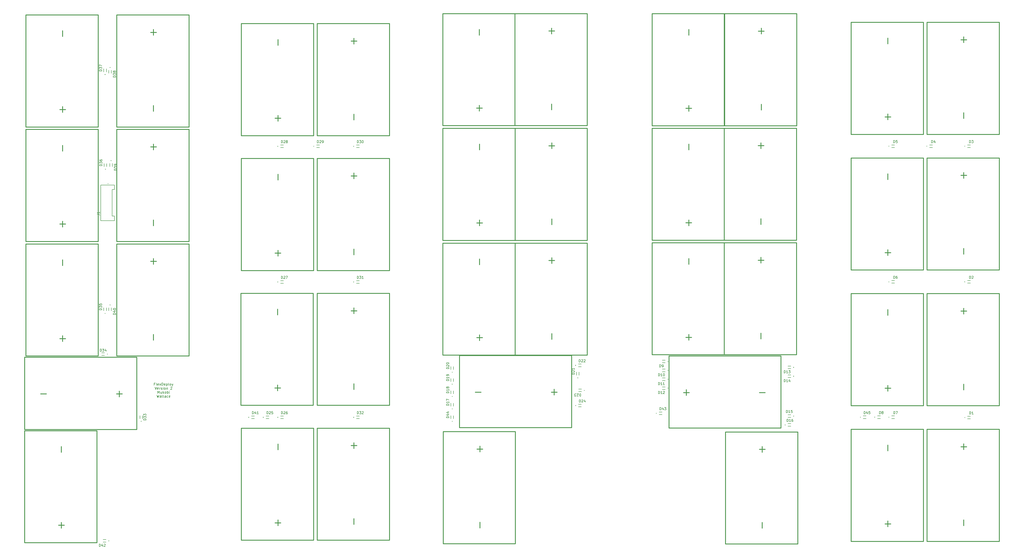
<source format=gto>
G04 #@! TF.GenerationSoftware,KiCad,Pcbnew,7.0.8*
G04 #@! TF.CreationDate,2024-02-17T16:19:58-08:00*
G04 #@! TF.ProjectId,FlexDeploySidePanels,466c6578-4465-4706-9c6f-795369646550,rev?*
G04 #@! TF.SameCoordinates,Original*
G04 #@! TF.FileFunction,Legend,Top*
G04 #@! TF.FilePolarity,Positive*
%FSLAX46Y46*%
G04 Gerber Fmt 4.6, Leading zero omitted, Abs format (unit mm)*
G04 Created by KiCad (PCBNEW 7.0.8) date 2024-02-17 16:19:58*
%MOMM*%
%LPD*%
G01*
G04 APERTURE LIST*
%ADD10C,0.150000*%
%ADD11C,0.300000*%
%ADD12C,0.127000*%
%ADD13C,0.200000*%
G04 APERTURE END LIST*
D10*
X147821427Y-248266009D02*
X147488094Y-248266009D01*
X147488094Y-248789819D02*
X147488094Y-247789819D01*
X147488094Y-247789819D02*
X147964284Y-247789819D01*
X148488094Y-248789819D02*
X148392856Y-248742200D01*
X148392856Y-248742200D02*
X148345237Y-248646961D01*
X148345237Y-248646961D02*
X148345237Y-247789819D01*
X149249999Y-248742200D02*
X149154761Y-248789819D01*
X149154761Y-248789819D02*
X148964285Y-248789819D01*
X148964285Y-248789819D02*
X148869047Y-248742200D01*
X148869047Y-248742200D02*
X148821428Y-248646961D01*
X148821428Y-248646961D02*
X148821428Y-248266009D01*
X148821428Y-248266009D02*
X148869047Y-248170771D01*
X148869047Y-248170771D02*
X148964285Y-248123152D01*
X148964285Y-248123152D02*
X149154761Y-248123152D01*
X149154761Y-248123152D02*
X149249999Y-248170771D01*
X149249999Y-248170771D02*
X149297618Y-248266009D01*
X149297618Y-248266009D02*
X149297618Y-248361247D01*
X149297618Y-248361247D02*
X148821428Y-248456485D01*
X149630952Y-248789819D02*
X150154761Y-248123152D01*
X149630952Y-248123152D02*
X150154761Y-248789819D01*
X150535714Y-248789819D02*
X150535714Y-247789819D01*
X150535714Y-247789819D02*
X150773809Y-247789819D01*
X150773809Y-247789819D02*
X150916666Y-247837438D01*
X150916666Y-247837438D02*
X151011904Y-247932676D01*
X151011904Y-247932676D02*
X151059523Y-248027914D01*
X151059523Y-248027914D02*
X151107142Y-248218390D01*
X151107142Y-248218390D02*
X151107142Y-248361247D01*
X151107142Y-248361247D02*
X151059523Y-248551723D01*
X151059523Y-248551723D02*
X151011904Y-248646961D01*
X151011904Y-248646961D02*
X150916666Y-248742200D01*
X150916666Y-248742200D02*
X150773809Y-248789819D01*
X150773809Y-248789819D02*
X150535714Y-248789819D01*
X151916666Y-248742200D02*
X151821428Y-248789819D01*
X151821428Y-248789819D02*
X151630952Y-248789819D01*
X151630952Y-248789819D02*
X151535714Y-248742200D01*
X151535714Y-248742200D02*
X151488095Y-248646961D01*
X151488095Y-248646961D02*
X151488095Y-248266009D01*
X151488095Y-248266009D02*
X151535714Y-248170771D01*
X151535714Y-248170771D02*
X151630952Y-248123152D01*
X151630952Y-248123152D02*
X151821428Y-248123152D01*
X151821428Y-248123152D02*
X151916666Y-248170771D01*
X151916666Y-248170771D02*
X151964285Y-248266009D01*
X151964285Y-248266009D02*
X151964285Y-248361247D01*
X151964285Y-248361247D02*
X151488095Y-248456485D01*
X152392857Y-248123152D02*
X152392857Y-249123152D01*
X152392857Y-248170771D02*
X152488095Y-248123152D01*
X152488095Y-248123152D02*
X152678571Y-248123152D01*
X152678571Y-248123152D02*
X152773809Y-248170771D01*
X152773809Y-248170771D02*
X152821428Y-248218390D01*
X152821428Y-248218390D02*
X152869047Y-248313628D01*
X152869047Y-248313628D02*
X152869047Y-248599342D01*
X152869047Y-248599342D02*
X152821428Y-248694580D01*
X152821428Y-248694580D02*
X152773809Y-248742200D01*
X152773809Y-248742200D02*
X152678571Y-248789819D01*
X152678571Y-248789819D02*
X152488095Y-248789819D01*
X152488095Y-248789819D02*
X152392857Y-248742200D01*
X153440476Y-248789819D02*
X153345238Y-248742200D01*
X153345238Y-248742200D02*
X153297619Y-248646961D01*
X153297619Y-248646961D02*
X153297619Y-247789819D01*
X153964286Y-248789819D02*
X153869048Y-248742200D01*
X153869048Y-248742200D02*
X153821429Y-248694580D01*
X153821429Y-248694580D02*
X153773810Y-248599342D01*
X153773810Y-248599342D02*
X153773810Y-248313628D01*
X153773810Y-248313628D02*
X153821429Y-248218390D01*
X153821429Y-248218390D02*
X153869048Y-248170771D01*
X153869048Y-248170771D02*
X153964286Y-248123152D01*
X153964286Y-248123152D02*
X154107143Y-248123152D01*
X154107143Y-248123152D02*
X154202381Y-248170771D01*
X154202381Y-248170771D02*
X154250000Y-248218390D01*
X154250000Y-248218390D02*
X154297619Y-248313628D01*
X154297619Y-248313628D02*
X154297619Y-248599342D01*
X154297619Y-248599342D02*
X154250000Y-248694580D01*
X154250000Y-248694580D02*
X154202381Y-248742200D01*
X154202381Y-248742200D02*
X154107143Y-248789819D01*
X154107143Y-248789819D02*
X153964286Y-248789819D01*
X154630953Y-248123152D02*
X154869048Y-248789819D01*
X155107143Y-248123152D02*
X154869048Y-248789819D01*
X154869048Y-248789819D02*
X154773810Y-249027914D01*
X154773810Y-249027914D02*
X154726191Y-249075533D01*
X154726191Y-249075533D02*
X154630953Y-249123152D01*
X147773809Y-249399819D02*
X148107142Y-250399819D01*
X148107142Y-250399819D02*
X148440475Y-249399819D01*
X149154761Y-250352200D02*
X149059523Y-250399819D01*
X149059523Y-250399819D02*
X148869047Y-250399819D01*
X148869047Y-250399819D02*
X148773809Y-250352200D01*
X148773809Y-250352200D02*
X148726190Y-250256961D01*
X148726190Y-250256961D02*
X148726190Y-249876009D01*
X148726190Y-249876009D02*
X148773809Y-249780771D01*
X148773809Y-249780771D02*
X148869047Y-249733152D01*
X148869047Y-249733152D02*
X149059523Y-249733152D01*
X149059523Y-249733152D02*
X149154761Y-249780771D01*
X149154761Y-249780771D02*
X149202380Y-249876009D01*
X149202380Y-249876009D02*
X149202380Y-249971247D01*
X149202380Y-249971247D02*
X148726190Y-250066485D01*
X149630952Y-250399819D02*
X149630952Y-249733152D01*
X149630952Y-249923628D02*
X149678571Y-249828390D01*
X149678571Y-249828390D02*
X149726190Y-249780771D01*
X149726190Y-249780771D02*
X149821428Y-249733152D01*
X149821428Y-249733152D02*
X149916666Y-249733152D01*
X150202381Y-250352200D02*
X150297619Y-250399819D01*
X150297619Y-250399819D02*
X150488095Y-250399819D01*
X150488095Y-250399819D02*
X150583333Y-250352200D01*
X150583333Y-250352200D02*
X150630952Y-250256961D01*
X150630952Y-250256961D02*
X150630952Y-250209342D01*
X150630952Y-250209342D02*
X150583333Y-250114104D01*
X150583333Y-250114104D02*
X150488095Y-250066485D01*
X150488095Y-250066485D02*
X150345238Y-250066485D01*
X150345238Y-250066485D02*
X150250000Y-250018866D01*
X150250000Y-250018866D02*
X150202381Y-249923628D01*
X150202381Y-249923628D02*
X150202381Y-249876009D01*
X150202381Y-249876009D02*
X150250000Y-249780771D01*
X150250000Y-249780771D02*
X150345238Y-249733152D01*
X150345238Y-249733152D02*
X150488095Y-249733152D01*
X150488095Y-249733152D02*
X150583333Y-249780771D01*
X151059524Y-250399819D02*
X151059524Y-249733152D01*
X151059524Y-249399819D02*
X151011905Y-249447438D01*
X151011905Y-249447438D02*
X151059524Y-249495057D01*
X151059524Y-249495057D02*
X151107143Y-249447438D01*
X151107143Y-249447438D02*
X151059524Y-249399819D01*
X151059524Y-249399819D02*
X151059524Y-249495057D01*
X151678571Y-250399819D02*
X151583333Y-250352200D01*
X151583333Y-250352200D02*
X151535714Y-250304580D01*
X151535714Y-250304580D02*
X151488095Y-250209342D01*
X151488095Y-250209342D02*
X151488095Y-249923628D01*
X151488095Y-249923628D02*
X151535714Y-249828390D01*
X151535714Y-249828390D02*
X151583333Y-249780771D01*
X151583333Y-249780771D02*
X151678571Y-249733152D01*
X151678571Y-249733152D02*
X151821428Y-249733152D01*
X151821428Y-249733152D02*
X151916666Y-249780771D01*
X151916666Y-249780771D02*
X151964285Y-249828390D01*
X151964285Y-249828390D02*
X152011904Y-249923628D01*
X152011904Y-249923628D02*
X152011904Y-250209342D01*
X152011904Y-250209342D02*
X151964285Y-250304580D01*
X151964285Y-250304580D02*
X151916666Y-250352200D01*
X151916666Y-250352200D02*
X151821428Y-250399819D01*
X151821428Y-250399819D02*
X151678571Y-250399819D01*
X152440476Y-249733152D02*
X152440476Y-250399819D01*
X152440476Y-249828390D02*
X152488095Y-249780771D01*
X152488095Y-249780771D02*
X152583333Y-249733152D01*
X152583333Y-249733152D02*
X152726190Y-249733152D01*
X152726190Y-249733152D02*
X152821428Y-249780771D01*
X152821428Y-249780771D02*
X152869047Y-249876009D01*
X152869047Y-249876009D02*
X152869047Y-250399819D01*
X154059524Y-249495057D02*
X154107143Y-249447438D01*
X154107143Y-249447438D02*
X154202381Y-249399819D01*
X154202381Y-249399819D02*
X154440476Y-249399819D01*
X154440476Y-249399819D02*
X154535714Y-249447438D01*
X154535714Y-249447438D02*
X154583333Y-249495057D01*
X154583333Y-249495057D02*
X154630952Y-249590295D01*
X154630952Y-249590295D02*
X154630952Y-249685533D01*
X154630952Y-249685533D02*
X154583333Y-249828390D01*
X154583333Y-249828390D02*
X154011905Y-250399819D01*
X154011905Y-250399819D02*
X154630952Y-250399819D01*
X148916667Y-252009819D02*
X148916667Y-251009819D01*
X148916667Y-251009819D02*
X149250000Y-251724104D01*
X149250000Y-251724104D02*
X149583333Y-251009819D01*
X149583333Y-251009819D02*
X149583333Y-252009819D01*
X150488095Y-251343152D02*
X150488095Y-252009819D01*
X150059524Y-251343152D02*
X150059524Y-251866961D01*
X150059524Y-251866961D02*
X150107143Y-251962200D01*
X150107143Y-251962200D02*
X150202381Y-252009819D01*
X150202381Y-252009819D02*
X150345238Y-252009819D01*
X150345238Y-252009819D02*
X150440476Y-251962200D01*
X150440476Y-251962200D02*
X150488095Y-251914580D01*
X150964286Y-252009819D02*
X150964286Y-251009819D01*
X151059524Y-251628866D02*
X151345238Y-252009819D01*
X151345238Y-251343152D02*
X150964286Y-251724104D01*
X151916667Y-252009819D02*
X151821429Y-251962200D01*
X151821429Y-251962200D02*
X151773810Y-251914580D01*
X151773810Y-251914580D02*
X151726191Y-251819342D01*
X151726191Y-251819342D02*
X151726191Y-251533628D01*
X151726191Y-251533628D02*
X151773810Y-251438390D01*
X151773810Y-251438390D02*
X151821429Y-251390771D01*
X151821429Y-251390771D02*
X151916667Y-251343152D01*
X151916667Y-251343152D02*
X152059524Y-251343152D01*
X152059524Y-251343152D02*
X152154762Y-251390771D01*
X152154762Y-251390771D02*
X152202381Y-251438390D01*
X152202381Y-251438390D02*
X152250000Y-251533628D01*
X152250000Y-251533628D02*
X152250000Y-251819342D01*
X152250000Y-251819342D02*
X152202381Y-251914580D01*
X152202381Y-251914580D02*
X152154762Y-251962200D01*
X152154762Y-251962200D02*
X152059524Y-252009819D01*
X152059524Y-252009819D02*
X151916667Y-252009819D01*
X152678572Y-252009819D02*
X152678572Y-251009819D01*
X152678572Y-251390771D02*
X152773810Y-251343152D01*
X152773810Y-251343152D02*
X152964286Y-251343152D01*
X152964286Y-251343152D02*
X153059524Y-251390771D01*
X153059524Y-251390771D02*
X153107143Y-251438390D01*
X153107143Y-251438390D02*
X153154762Y-251533628D01*
X153154762Y-251533628D02*
X153154762Y-251819342D01*
X153154762Y-251819342D02*
X153107143Y-251914580D01*
X153107143Y-251914580D02*
X153059524Y-251962200D01*
X153059524Y-251962200D02*
X152964286Y-252009819D01*
X152964286Y-252009819D02*
X152773810Y-252009819D01*
X152773810Y-252009819D02*
X152678572Y-251962200D01*
X153583334Y-252009819D02*
X153583334Y-251343152D01*
X153583334Y-251009819D02*
X153535715Y-251057438D01*
X153535715Y-251057438D02*
X153583334Y-251105057D01*
X153583334Y-251105057D02*
X153630953Y-251057438D01*
X153630953Y-251057438D02*
X153583334Y-251009819D01*
X153583334Y-251009819D02*
X153583334Y-251105057D01*
X148535714Y-252619819D02*
X148773809Y-253619819D01*
X148773809Y-253619819D02*
X148964285Y-252905533D01*
X148964285Y-252905533D02*
X149154761Y-253619819D01*
X149154761Y-253619819D02*
X149392857Y-252619819D01*
X150202380Y-253619819D02*
X150202380Y-253096009D01*
X150202380Y-253096009D02*
X150154761Y-253000771D01*
X150154761Y-253000771D02*
X150059523Y-252953152D01*
X150059523Y-252953152D02*
X149869047Y-252953152D01*
X149869047Y-252953152D02*
X149773809Y-253000771D01*
X150202380Y-253572200D02*
X150107142Y-253619819D01*
X150107142Y-253619819D02*
X149869047Y-253619819D01*
X149869047Y-253619819D02*
X149773809Y-253572200D01*
X149773809Y-253572200D02*
X149726190Y-253476961D01*
X149726190Y-253476961D02*
X149726190Y-253381723D01*
X149726190Y-253381723D02*
X149773809Y-253286485D01*
X149773809Y-253286485D02*
X149869047Y-253238866D01*
X149869047Y-253238866D02*
X150107142Y-253238866D01*
X150107142Y-253238866D02*
X150202380Y-253191247D01*
X150821428Y-253619819D02*
X150726190Y-253572200D01*
X150726190Y-253572200D02*
X150678571Y-253476961D01*
X150678571Y-253476961D02*
X150678571Y-252619819D01*
X151345238Y-253619819D02*
X151250000Y-253572200D01*
X151250000Y-253572200D02*
X151202381Y-253476961D01*
X151202381Y-253476961D02*
X151202381Y-252619819D01*
X152154762Y-253619819D02*
X152154762Y-253096009D01*
X152154762Y-253096009D02*
X152107143Y-253000771D01*
X152107143Y-253000771D02*
X152011905Y-252953152D01*
X152011905Y-252953152D02*
X151821429Y-252953152D01*
X151821429Y-252953152D02*
X151726191Y-253000771D01*
X152154762Y-253572200D02*
X152059524Y-253619819D01*
X152059524Y-253619819D02*
X151821429Y-253619819D01*
X151821429Y-253619819D02*
X151726191Y-253572200D01*
X151726191Y-253572200D02*
X151678572Y-253476961D01*
X151678572Y-253476961D02*
X151678572Y-253381723D01*
X151678572Y-253381723D02*
X151726191Y-253286485D01*
X151726191Y-253286485D02*
X151821429Y-253238866D01*
X151821429Y-253238866D02*
X152059524Y-253238866D01*
X152059524Y-253238866D02*
X152154762Y-253191247D01*
X153059524Y-253572200D02*
X152964286Y-253619819D01*
X152964286Y-253619819D02*
X152773810Y-253619819D01*
X152773810Y-253619819D02*
X152678572Y-253572200D01*
X152678572Y-253572200D02*
X152630953Y-253524580D01*
X152630953Y-253524580D02*
X152583334Y-253429342D01*
X152583334Y-253429342D02*
X152583334Y-253143628D01*
X152583334Y-253143628D02*
X152630953Y-253048390D01*
X152630953Y-253048390D02*
X152678572Y-253000771D01*
X152678572Y-253000771D02*
X152773810Y-252953152D01*
X152773810Y-252953152D02*
X152964286Y-252953152D01*
X152964286Y-252953152D02*
X153059524Y-253000771D01*
X153869048Y-253572200D02*
X153773810Y-253619819D01*
X153773810Y-253619819D02*
X153583334Y-253619819D01*
X153583334Y-253619819D02*
X153488096Y-253572200D01*
X153488096Y-253572200D02*
X153440477Y-253476961D01*
X153440477Y-253476961D02*
X153440477Y-253096009D01*
X153440477Y-253096009D02*
X153488096Y-253000771D01*
X153488096Y-253000771D02*
X153583334Y-252953152D01*
X153583334Y-252953152D02*
X153773810Y-252953152D01*
X153773810Y-252953152D02*
X153869048Y-253000771D01*
X153869048Y-253000771D02*
X153916667Y-253096009D01*
X153916667Y-253096009D02*
X153916667Y-253191247D01*
X153916667Y-253191247D02*
X153440477Y-253286485D01*
X401375714Y-259788819D02*
X401375714Y-258788819D01*
X401375714Y-258788819D02*
X401613809Y-258788819D01*
X401613809Y-258788819D02*
X401756666Y-258836438D01*
X401756666Y-258836438D02*
X401851904Y-258931676D01*
X401851904Y-258931676D02*
X401899523Y-259026914D01*
X401899523Y-259026914D02*
X401947142Y-259217390D01*
X401947142Y-259217390D02*
X401947142Y-259360247D01*
X401947142Y-259360247D02*
X401899523Y-259550723D01*
X401899523Y-259550723D02*
X401851904Y-259645961D01*
X401851904Y-259645961D02*
X401756666Y-259741200D01*
X401756666Y-259741200D02*
X401613809Y-259788819D01*
X401613809Y-259788819D02*
X401375714Y-259788819D01*
X402899523Y-259788819D02*
X402328095Y-259788819D01*
X402613809Y-259788819D02*
X402613809Y-258788819D01*
X402613809Y-258788819D02*
X402518571Y-258931676D01*
X402518571Y-258931676D02*
X402423333Y-259026914D01*
X402423333Y-259026914D02*
X402328095Y-259074533D01*
X403804285Y-258788819D02*
X403328095Y-258788819D01*
X403328095Y-258788819D02*
X403280476Y-259265009D01*
X403280476Y-259265009D02*
X403328095Y-259217390D01*
X403328095Y-259217390D02*
X403423333Y-259169771D01*
X403423333Y-259169771D02*
X403661428Y-259169771D01*
X403661428Y-259169771D02*
X403756666Y-259217390D01*
X403756666Y-259217390D02*
X403804285Y-259265009D01*
X403804285Y-259265009D02*
X403851904Y-259360247D01*
X403851904Y-259360247D02*
X403851904Y-259598342D01*
X403851904Y-259598342D02*
X403804285Y-259693580D01*
X403804285Y-259693580D02*
X403756666Y-259741200D01*
X403756666Y-259741200D02*
X403661428Y-259788819D01*
X403661428Y-259788819D02*
X403423333Y-259788819D01*
X403423333Y-259788819D02*
X403328095Y-259741200D01*
X403328095Y-259741200D02*
X403280476Y-259693580D01*
X444516905Y-260229616D02*
X444516905Y-259229616D01*
X444516905Y-259229616D02*
X444755000Y-259229616D01*
X444755000Y-259229616D02*
X444897857Y-259277235D01*
X444897857Y-259277235D02*
X444993095Y-259372473D01*
X444993095Y-259372473D02*
X445040714Y-259467711D01*
X445040714Y-259467711D02*
X445088333Y-259658187D01*
X445088333Y-259658187D02*
X445088333Y-259801044D01*
X445088333Y-259801044D02*
X445040714Y-259991520D01*
X445040714Y-259991520D02*
X444993095Y-260086758D01*
X444993095Y-260086758D02*
X444897857Y-260181997D01*
X444897857Y-260181997D02*
X444755000Y-260229616D01*
X444755000Y-260229616D02*
X444516905Y-260229616D01*
X445421667Y-259229616D02*
X446088333Y-259229616D01*
X446088333Y-259229616D02*
X445659762Y-260229616D01*
D11*
X472679400Y-274597654D02*
X472679400Y-272311940D01*
X473822257Y-273454797D02*
X471536542Y-273454797D01*
X472679400Y-305097654D02*
X472679400Y-302811940D01*
X307129400Y-107592857D02*
X307129400Y-105307143D01*
X308272257Y-106450000D02*
X305986542Y-106450000D01*
X307129400Y-138092857D02*
X307129400Y-135807143D01*
X147229400Y-108141857D02*
X147229400Y-105856143D01*
X148372257Y-106999000D02*
X146086542Y-106999000D01*
X147229400Y-138641857D02*
X147229400Y-136356143D01*
D10*
X350015714Y-245031963D02*
X350015714Y-244031963D01*
X350015714Y-244031963D02*
X350253809Y-244031963D01*
X350253809Y-244031963D02*
X350396666Y-244079582D01*
X350396666Y-244079582D02*
X350491904Y-244174820D01*
X350491904Y-244174820D02*
X350539523Y-244270058D01*
X350539523Y-244270058D02*
X350587142Y-244460534D01*
X350587142Y-244460534D02*
X350587142Y-244603391D01*
X350587142Y-244603391D02*
X350539523Y-244793867D01*
X350539523Y-244793867D02*
X350491904Y-244889105D01*
X350491904Y-244889105D02*
X350396666Y-244984344D01*
X350396666Y-244984344D02*
X350253809Y-245031963D01*
X350253809Y-245031963D02*
X350015714Y-245031963D01*
X351539523Y-245031963D02*
X350968095Y-245031963D01*
X351253809Y-245031963D02*
X351253809Y-244031963D01*
X351253809Y-244031963D02*
X351158571Y-244174820D01*
X351158571Y-244174820D02*
X351063333Y-244270058D01*
X351063333Y-244270058D02*
X350968095Y-244317677D01*
X352158571Y-244031963D02*
X352253809Y-244031963D01*
X352253809Y-244031963D02*
X352349047Y-244079582D01*
X352349047Y-244079582D02*
X352396666Y-244127201D01*
X352396666Y-244127201D02*
X352444285Y-244222439D01*
X352444285Y-244222439D02*
X352491904Y-244412915D01*
X352491904Y-244412915D02*
X352491904Y-244651010D01*
X352491904Y-244651010D02*
X352444285Y-244841486D01*
X352444285Y-244841486D02*
X352396666Y-244936724D01*
X352396666Y-244936724D02*
X352349047Y-244984344D01*
X352349047Y-244984344D02*
X352253809Y-245031963D01*
X352253809Y-245031963D02*
X352158571Y-245031963D01*
X352158571Y-245031963D02*
X352063333Y-244984344D01*
X352063333Y-244984344D02*
X352015714Y-244936724D01*
X352015714Y-244936724D02*
X351968095Y-244841486D01*
X351968095Y-244841486D02*
X351920476Y-244651010D01*
X351920476Y-244651010D02*
X351920476Y-244412915D01*
X351920476Y-244412915D02*
X351968095Y-244222439D01*
X351968095Y-244222439D02*
X352015714Y-244127201D01*
X352015714Y-244127201D02*
X352063333Y-244079582D01*
X352063333Y-244079582D02*
X352158571Y-244031963D01*
X124593489Y-180102750D02*
X125307994Y-180102750D01*
X125307994Y-180102750D02*
X125450895Y-180150384D01*
X125450895Y-180150384D02*
X125546163Y-180245651D01*
X125546163Y-180245651D02*
X125593796Y-180388552D01*
X125593796Y-180388552D02*
X125593796Y-180483820D01*
X125593796Y-179102443D02*
X125593796Y-179674047D01*
X125593796Y-179388245D02*
X124593489Y-179388245D01*
X124593489Y-179388245D02*
X124736390Y-179483512D01*
X124736390Y-179483512D02*
X124831658Y-179578780D01*
X124831658Y-179578780D02*
X124879291Y-179674047D01*
D11*
X278179400Y-200292857D02*
X278179400Y-198007143D01*
X278179400Y-230792857D02*
X278179400Y-228507143D01*
X279322257Y-229650000D02*
X277036542Y-229650000D01*
D10*
X432590714Y-260229616D02*
X432590714Y-259229616D01*
X432590714Y-259229616D02*
X432828809Y-259229616D01*
X432828809Y-259229616D02*
X432971666Y-259277235D01*
X432971666Y-259277235D02*
X433066904Y-259372473D01*
X433066904Y-259372473D02*
X433114523Y-259467711D01*
X433114523Y-259467711D02*
X433162142Y-259658187D01*
X433162142Y-259658187D02*
X433162142Y-259801044D01*
X433162142Y-259801044D02*
X433114523Y-259991520D01*
X433114523Y-259991520D02*
X433066904Y-260086758D01*
X433066904Y-260086758D02*
X432971666Y-260181997D01*
X432971666Y-260181997D02*
X432828809Y-260229616D01*
X432828809Y-260229616D02*
X432590714Y-260229616D01*
X434019285Y-259562949D02*
X434019285Y-260229616D01*
X433781190Y-259181997D02*
X433543095Y-259896282D01*
X433543095Y-259896282D02*
X434162142Y-259896282D01*
X435019285Y-259229616D02*
X434543095Y-259229616D01*
X434543095Y-259229616D02*
X434495476Y-259705806D01*
X434495476Y-259705806D02*
X434543095Y-259658187D01*
X434543095Y-259658187D02*
X434638333Y-259610568D01*
X434638333Y-259610568D02*
X434876428Y-259610568D01*
X434876428Y-259610568D02*
X434971666Y-259658187D01*
X434971666Y-259658187D02*
X435019285Y-259705806D01*
X435019285Y-259705806D02*
X435066904Y-259801044D01*
X435066904Y-259801044D02*
X435066904Y-260039139D01*
X435066904Y-260039139D02*
X435019285Y-260134377D01*
X435019285Y-260134377D02*
X434971666Y-260181997D01*
X434971666Y-260181997D02*
X434876428Y-260229616D01*
X434876428Y-260229616D02*
X434638333Y-260229616D01*
X434638333Y-260229616D02*
X434543095Y-260181997D01*
X434543095Y-260181997D02*
X434495476Y-260134377D01*
X350491905Y-241470535D02*
X350491905Y-240470535D01*
X350491905Y-240470535D02*
X350730000Y-240470535D01*
X350730000Y-240470535D02*
X350872857Y-240518154D01*
X350872857Y-240518154D02*
X350968095Y-240613392D01*
X350968095Y-240613392D02*
X351015714Y-240708630D01*
X351015714Y-240708630D02*
X351063333Y-240899106D01*
X351063333Y-240899106D02*
X351063333Y-241041963D01*
X351063333Y-241041963D02*
X351015714Y-241232439D01*
X351015714Y-241232439D02*
X350968095Y-241327677D01*
X350968095Y-241327677D02*
X350872857Y-241422916D01*
X350872857Y-241422916D02*
X350730000Y-241470535D01*
X350730000Y-241470535D02*
X350491905Y-241470535D01*
X351539524Y-241470535D02*
X351730000Y-241470535D01*
X351730000Y-241470535D02*
X351825238Y-241422916D01*
X351825238Y-241422916D02*
X351872857Y-241375296D01*
X351872857Y-241375296D02*
X351968095Y-241232439D01*
X351968095Y-241232439D02*
X352015714Y-241041963D01*
X352015714Y-241041963D02*
X352015714Y-240661011D01*
X352015714Y-240661011D02*
X351968095Y-240565773D01*
X351968095Y-240565773D02*
X351920476Y-240518154D01*
X351920476Y-240518154D02*
X351825238Y-240470535D01*
X351825238Y-240470535D02*
X351634762Y-240470535D01*
X351634762Y-240470535D02*
X351539524Y-240518154D01*
X351539524Y-240518154D02*
X351491905Y-240565773D01*
X351491905Y-240565773D02*
X351444286Y-240661011D01*
X351444286Y-240661011D02*
X351444286Y-240899106D01*
X351444286Y-240899106D02*
X351491905Y-240994344D01*
X351491905Y-240994344D02*
X351539524Y-241041963D01*
X351539524Y-241041963D02*
X351634762Y-241089582D01*
X351634762Y-241089582D02*
X351825238Y-241089582D01*
X351825238Y-241089582D02*
X351920476Y-241041963D01*
X351920476Y-241041963D02*
X351968095Y-240994344D01*
X351968095Y-240994344D02*
X352015714Y-240899106D01*
D11*
X391329400Y-138142857D02*
X391329400Y-135857143D01*
X391329400Y-107642857D02*
X391329400Y-105357143D01*
X392472257Y-106500000D02*
X390186542Y-106500000D01*
X307007142Y-251529400D02*
X309292857Y-251529400D01*
X308149999Y-252672257D02*
X308149999Y-250386542D01*
X276507142Y-251529400D02*
X278792857Y-251529400D01*
D10*
X126416819Y-218442285D02*
X125416819Y-218442285D01*
X125416819Y-218442285D02*
X125416819Y-218204190D01*
X125416819Y-218204190D02*
X125464438Y-218061333D01*
X125464438Y-218061333D02*
X125559676Y-217966095D01*
X125559676Y-217966095D02*
X125654914Y-217918476D01*
X125654914Y-217918476D02*
X125845390Y-217870857D01*
X125845390Y-217870857D02*
X125988247Y-217870857D01*
X125988247Y-217870857D02*
X126178723Y-217918476D01*
X126178723Y-217918476D02*
X126273961Y-217966095D01*
X126273961Y-217966095D02*
X126369200Y-218061333D01*
X126369200Y-218061333D02*
X126416819Y-218204190D01*
X126416819Y-218204190D02*
X126416819Y-218442285D01*
X125416819Y-217537523D02*
X125416819Y-216918476D01*
X125416819Y-216918476D02*
X125797771Y-217251809D01*
X125797771Y-217251809D02*
X125797771Y-217108952D01*
X125797771Y-217108952D02*
X125845390Y-217013714D01*
X125845390Y-217013714D02*
X125893009Y-216966095D01*
X125893009Y-216966095D02*
X125988247Y-216918476D01*
X125988247Y-216918476D02*
X126226342Y-216918476D01*
X126226342Y-216918476D02*
X126321580Y-216966095D01*
X126321580Y-216966095D02*
X126369200Y-217013714D01*
X126369200Y-217013714D02*
X126416819Y-217108952D01*
X126416819Y-217108952D02*
X126416819Y-217394666D01*
X126416819Y-217394666D02*
X126369200Y-217489904D01*
X126369200Y-217489904D02*
X126321580Y-217537523D01*
X125416819Y-216013714D02*
X125416819Y-216489904D01*
X125416819Y-216489904D02*
X125893009Y-216537523D01*
X125893009Y-216537523D02*
X125845390Y-216489904D01*
X125845390Y-216489904D02*
X125797771Y-216394666D01*
X125797771Y-216394666D02*
X125797771Y-216156571D01*
X125797771Y-216156571D02*
X125845390Y-216061333D01*
X125845390Y-216061333D02*
X125893009Y-216013714D01*
X125893009Y-216013714D02*
X125988247Y-215966095D01*
X125988247Y-215966095D02*
X126226342Y-215966095D01*
X126226342Y-215966095D02*
X126321580Y-216013714D01*
X126321580Y-216013714D02*
X126369200Y-216061333D01*
X126369200Y-216061333D02*
X126416819Y-216156571D01*
X126416819Y-216156571D02*
X126416819Y-216394666D01*
X126416819Y-216394666D02*
X126369200Y-216489904D01*
X126369200Y-216489904D02*
X126321580Y-216537523D01*
X126416819Y-122499285D02*
X125416819Y-122499285D01*
X125416819Y-122499285D02*
X125416819Y-122261190D01*
X125416819Y-122261190D02*
X125464438Y-122118333D01*
X125464438Y-122118333D02*
X125559676Y-122023095D01*
X125559676Y-122023095D02*
X125654914Y-121975476D01*
X125654914Y-121975476D02*
X125845390Y-121927857D01*
X125845390Y-121927857D02*
X125988247Y-121927857D01*
X125988247Y-121927857D02*
X126178723Y-121975476D01*
X126178723Y-121975476D02*
X126273961Y-122023095D01*
X126273961Y-122023095D02*
X126369200Y-122118333D01*
X126369200Y-122118333D02*
X126416819Y-122261190D01*
X126416819Y-122261190D02*
X126416819Y-122499285D01*
X125416819Y-121594523D02*
X125416819Y-120975476D01*
X125416819Y-120975476D02*
X125797771Y-121308809D01*
X125797771Y-121308809D02*
X125797771Y-121165952D01*
X125797771Y-121165952D02*
X125845390Y-121070714D01*
X125845390Y-121070714D02*
X125893009Y-121023095D01*
X125893009Y-121023095D02*
X125988247Y-120975476D01*
X125988247Y-120975476D02*
X126226342Y-120975476D01*
X126226342Y-120975476D02*
X126321580Y-121023095D01*
X126321580Y-121023095D02*
X126369200Y-121070714D01*
X126369200Y-121070714D02*
X126416819Y-121165952D01*
X126416819Y-121165952D02*
X126416819Y-121451666D01*
X126416819Y-121451666D02*
X126369200Y-121546904D01*
X126369200Y-121546904D02*
X126321580Y-121594523D01*
X125416819Y-120642142D02*
X125416819Y-119975476D01*
X125416819Y-119975476D02*
X126416819Y-120404047D01*
D11*
X362229400Y-184642857D02*
X362229400Y-182357143D01*
X363372257Y-183500000D02*
X361086542Y-183500000D01*
X362229400Y-154142857D02*
X362229400Y-151857143D01*
X197229400Y-274642857D02*
X197229400Y-272357143D01*
X197229400Y-305142857D02*
X197229400Y-302857143D01*
X198372257Y-304000000D02*
X196086542Y-304000000D01*
D10*
X400480714Y-243803391D02*
X400480714Y-242803391D01*
X400480714Y-242803391D02*
X400718809Y-242803391D01*
X400718809Y-242803391D02*
X400861666Y-242851010D01*
X400861666Y-242851010D02*
X400956904Y-242946248D01*
X400956904Y-242946248D02*
X401004523Y-243041486D01*
X401004523Y-243041486D02*
X401052142Y-243231962D01*
X401052142Y-243231962D02*
X401052142Y-243374819D01*
X401052142Y-243374819D02*
X401004523Y-243565295D01*
X401004523Y-243565295D02*
X400956904Y-243660533D01*
X400956904Y-243660533D02*
X400861666Y-243755772D01*
X400861666Y-243755772D02*
X400718809Y-243803391D01*
X400718809Y-243803391D02*
X400480714Y-243803391D01*
X402004523Y-243803391D02*
X401433095Y-243803391D01*
X401718809Y-243803391D02*
X401718809Y-242803391D01*
X401718809Y-242803391D02*
X401623571Y-242946248D01*
X401623571Y-242946248D02*
X401528333Y-243041486D01*
X401528333Y-243041486D02*
X401433095Y-243089105D01*
X402337857Y-242803391D02*
X402956904Y-242803391D01*
X402956904Y-242803391D02*
X402623571Y-243184343D01*
X402623571Y-243184343D02*
X402766428Y-243184343D01*
X402766428Y-243184343D02*
X402861666Y-243231962D01*
X402861666Y-243231962D02*
X402909285Y-243279581D01*
X402909285Y-243279581D02*
X402956904Y-243374819D01*
X402956904Y-243374819D02*
X402956904Y-243612914D01*
X402956904Y-243612914D02*
X402909285Y-243708152D01*
X402909285Y-243708152D02*
X402861666Y-243755772D01*
X402861666Y-243755772D02*
X402766428Y-243803391D01*
X402766428Y-243803391D02*
X402480714Y-243803391D01*
X402480714Y-243803391D02*
X402385476Y-243755772D01*
X402385476Y-243755772D02*
X402337857Y-243708152D01*
D11*
X101857142Y-252229400D02*
X104142857Y-252229400D01*
X132357142Y-252229400D02*
X134642857Y-252229400D01*
X133499999Y-253372257D02*
X133499999Y-251086542D01*
X278129400Y-108092857D02*
X278129400Y-105807143D01*
X278129400Y-138592857D02*
X278129400Y-136307143D01*
X279272257Y-137450000D02*
X276986542Y-137450000D01*
X442179400Y-196597654D02*
X442179400Y-194311940D01*
X443322257Y-195454797D02*
X441036542Y-195454797D01*
X442179400Y-166097654D02*
X442179400Y-163811940D01*
D10*
X350589714Y-258654819D02*
X350589714Y-257654819D01*
X350589714Y-257654819D02*
X350827809Y-257654819D01*
X350827809Y-257654819D02*
X350970666Y-257702438D01*
X350970666Y-257702438D02*
X351065904Y-257797676D01*
X351065904Y-257797676D02*
X351113523Y-257892914D01*
X351113523Y-257892914D02*
X351161142Y-258083390D01*
X351161142Y-258083390D02*
X351161142Y-258226247D01*
X351161142Y-258226247D02*
X351113523Y-258416723D01*
X351113523Y-258416723D02*
X351065904Y-258511961D01*
X351065904Y-258511961D02*
X350970666Y-258607200D01*
X350970666Y-258607200D02*
X350827809Y-258654819D01*
X350827809Y-258654819D02*
X350589714Y-258654819D01*
X352018285Y-257988152D02*
X352018285Y-258654819D01*
X351780190Y-257607200D02*
X351542095Y-258321485D01*
X351542095Y-258321485D02*
X352161142Y-258321485D01*
X352446857Y-257654819D02*
X353065904Y-257654819D01*
X353065904Y-257654819D02*
X352732571Y-258035771D01*
X352732571Y-258035771D02*
X352875428Y-258035771D01*
X352875428Y-258035771D02*
X352970666Y-258083390D01*
X352970666Y-258083390D02*
X353018285Y-258131009D01*
X353018285Y-258131009D02*
X353065904Y-258226247D01*
X353065904Y-258226247D02*
X353065904Y-258464342D01*
X353065904Y-258464342D02*
X353018285Y-258559580D01*
X353018285Y-258559580D02*
X352970666Y-258607200D01*
X352970666Y-258607200D02*
X352875428Y-258654819D01*
X352875428Y-258654819D02*
X352589714Y-258654819D01*
X352589714Y-258654819D02*
X352494476Y-258607200D01*
X352494476Y-258607200D02*
X352446857Y-258559580D01*
D11*
X362229400Y-230642857D02*
X362229400Y-228357143D01*
X363372257Y-229500000D02*
X361086542Y-229500000D01*
X362229400Y-200142857D02*
X362229400Y-197857143D01*
D10*
X186895714Y-260274819D02*
X186895714Y-259274819D01*
X186895714Y-259274819D02*
X187133809Y-259274819D01*
X187133809Y-259274819D02*
X187276666Y-259322438D01*
X187276666Y-259322438D02*
X187371904Y-259417676D01*
X187371904Y-259417676D02*
X187419523Y-259512914D01*
X187419523Y-259512914D02*
X187467142Y-259703390D01*
X187467142Y-259703390D02*
X187467142Y-259846247D01*
X187467142Y-259846247D02*
X187419523Y-260036723D01*
X187419523Y-260036723D02*
X187371904Y-260131961D01*
X187371904Y-260131961D02*
X187276666Y-260227200D01*
X187276666Y-260227200D02*
X187133809Y-260274819D01*
X187133809Y-260274819D02*
X186895714Y-260274819D01*
X188324285Y-259608152D02*
X188324285Y-260274819D01*
X188086190Y-259227200D02*
X187848095Y-259941485D01*
X187848095Y-259941485D02*
X188467142Y-259941485D01*
X189371904Y-260274819D02*
X188800476Y-260274819D01*
X189086190Y-260274819D02*
X189086190Y-259274819D01*
X189086190Y-259274819D02*
X188990952Y-259417676D01*
X188990952Y-259417676D02*
X188895714Y-259512914D01*
X188895714Y-259512914D02*
X188800476Y-259560533D01*
X318220714Y-255554819D02*
X318220714Y-254554819D01*
X318220714Y-254554819D02*
X318458809Y-254554819D01*
X318458809Y-254554819D02*
X318601666Y-254602438D01*
X318601666Y-254602438D02*
X318696904Y-254697676D01*
X318696904Y-254697676D02*
X318744523Y-254792914D01*
X318744523Y-254792914D02*
X318792142Y-254983390D01*
X318792142Y-254983390D02*
X318792142Y-255126247D01*
X318792142Y-255126247D02*
X318744523Y-255316723D01*
X318744523Y-255316723D02*
X318696904Y-255411961D01*
X318696904Y-255411961D02*
X318601666Y-255507200D01*
X318601666Y-255507200D02*
X318458809Y-255554819D01*
X318458809Y-255554819D02*
X318220714Y-255554819D01*
X319173095Y-254650057D02*
X319220714Y-254602438D01*
X319220714Y-254602438D02*
X319315952Y-254554819D01*
X319315952Y-254554819D02*
X319554047Y-254554819D01*
X319554047Y-254554819D02*
X319649285Y-254602438D01*
X319649285Y-254602438D02*
X319696904Y-254650057D01*
X319696904Y-254650057D02*
X319744523Y-254745295D01*
X319744523Y-254745295D02*
X319744523Y-254840533D01*
X319744523Y-254840533D02*
X319696904Y-254983390D01*
X319696904Y-254983390D02*
X319125476Y-255554819D01*
X319125476Y-255554819D02*
X319744523Y-255554819D01*
X320601666Y-254888152D02*
X320601666Y-255554819D01*
X320363571Y-254507200D02*
X320125476Y-255221485D01*
X320125476Y-255221485D02*
X320744523Y-255221485D01*
X126554819Y-160529285D02*
X125554819Y-160529285D01*
X125554819Y-160529285D02*
X125554819Y-160291190D01*
X125554819Y-160291190D02*
X125602438Y-160148333D01*
X125602438Y-160148333D02*
X125697676Y-160053095D01*
X125697676Y-160053095D02*
X125792914Y-160005476D01*
X125792914Y-160005476D02*
X125983390Y-159957857D01*
X125983390Y-159957857D02*
X126126247Y-159957857D01*
X126126247Y-159957857D02*
X126316723Y-160005476D01*
X126316723Y-160005476D02*
X126411961Y-160053095D01*
X126411961Y-160053095D02*
X126507200Y-160148333D01*
X126507200Y-160148333D02*
X126554819Y-160291190D01*
X126554819Y-160291190D02*
X126554819Y-160529285D01*
X125554819Y-159624523D02*
X125554819Y-159005476D01*
X125554819Y-159005476D02*
X125935771Y-159338809D01*
X125935771Y-159338809D02*
X125935771Y-159195952D01*
X125935771Y-159195952D02*
X125983390Y-159100714D01*
X125983390Y-159100714D02*
X126031009Y-159053095D01*
X126031009Y-159053095D02*
X126126247Y-159005476D01*
X126126247Y-159005476D02*
X126364342Y-159005476D01*
X126364342Y-159005476D02*
X126459580Y-159053095D01*
X126459580Y-159053095D02*
X126507200Y-159100714D01*
X126507200Y-159100714D02*
X126554819Y-159195952D01*
X126554819Y-159195952D02*
X126554819Y-159481666D01*
X126554819Y-159481666D02*
X126507200Y-159576904D01*
X126507200Y-159576904D02*
X126459580Y-159624523D01*
X125554819Y-158148333D02*
X125554819Y-158338809D01*
X125554819Y-158338809D02*
X125602438Y-158434047D01*
X125602438Y-158434047D02*
X125650057Y-158481666D01*
X125650057Y-158481666D02*
X125792914Y-158576904D01*
X125792914Y-158576904D02*
X125983390Y-158624523D01*
X125983390Y-158624523D02*
X126364342Y-158624523D01*
X126364342Y-158624523D02*
X126459580Y-158576904D01*
X126459580Y-158576904D02*
X126507200Y-158529285D01*
X126507200Y-158529285D02*
X126554819Y-158434047D01*
X126554819Y-158434047D02*
X126554819Y-158243571D01*
X126554819Y-158243571D02*
X126507200Y-158148333D01*
X126507200Y-158148333D02*
X126459580Y-158100714D01*
X126459580Y-158100714D02*
X126364342Y-158053095D01*
X126364342Y-158053095D02*
X126126247Y-158053095D01*
X126126247Y-158053095D02*
X126031009Y-158100714D01*
X126031009Y-158100714D02*
X125983390Y-158148333D01*
X125983390Y-158148333D02*
X125935771Y-158243571D01*
X125935771Y-158243571D02*
X125935771Y-158434047D01*
X125935771Y-158434047D02*
X125983390Y-158529285D01*
X125983390Y-158529285D02*
X126031009Y-158576904D01*
X126031009Y-158576904D02*
X126126247Y-158624523D01*
D11*
X227729400Y-196309523D02*
X227729400Y-194023809D01*
X227729400Y-165809523D02*
X227729400Y-163523809D01*
X228872257Y-164666666D02*
X226586542Y-164666666D01*
D10*
X350015714Y-248593391D02*
X350015714Y-247593391D01*
X350015714Y-247593391D02*
X350253809Y-247593391D01*
X350253809Y-247593391D02*
X350396666Y-247641010D01*
X350396666Y-247641010D02*
X350491904Y-247736248D01*
X350491904Y-247736248D02*
X350539523Y-247831486D01*
X350539523Y-247831486D02*
X350587142Y-248021962D01*
X350587142Y-248021962D02*
X350587142Y-248164819D01*
X350587142Y-248164819D02*
X350539523Y-248355295D01*
X350539523Y-248355295D02*
X350491904Y-248450533D01*
X350491904Y-248450533D02*
X350396666Y-248545772D01*
X350396666Y-248545772D02*
X350253809Y-248593391D01*
X350253809Y-248593391D02*
X350015714Y-248593391D01*
X351539523Y-248593391D02*
X350968095Y-248593391D01*
X351253809Y-248593391D02*
X351253809Y-247593391D01*
X351253809Y-247593391D02*
X351158571Y-247736248D01*
X351158571Y-247736248D02*
X351063333Y-247831486D01*
X351063333Y-247831486D02*
X350968095Y-247879105D01*
X352491904Y-248593391D02*
X351920476Y-248593391D01*
X352206190Y-248593391D02*
X352206190Y-247593391D01*
X352206190Y-247593391D02*
X352110952Y-247736248D01*
X352110952Y-247736248D02*
X352015714Y-247831486D01*
X352015714Y-247831486D02*
X351920476Y-247879105D01*
X198556714Y-205904819D02*
X198556714Y-204904819D01*
X198556714Y-204904819D02*
X198794809Y-204904819D01*
X198794809Y-204904819D02*
X198937666Y-204952438D01*
X198937666Y-204952438D02*
X199032904Y-205047676D01*
X199032904Y-205047676D02*
X199080523Y-205142914D01*
X199080523Y-205142914D02*
X199128142Y-205333390D01*
X199128142Y-205333390D02*
X199128142Y-205476247D01*
X199128142Y-205476247D02*
X199080523Y-205666723D01*
X199080523Y-205666723D02*
X199032904Y-205761961D01*
X199032904Y-205761961D02*
X198937666Y-205857200D01*
X198937666Y-205857200D02*
X198794809Y-205904819D01*
X198794809Y-205904819D02*
X198556714Y-205904819D01*
X199509095Y-205000057D02*
X199556714Y-204952438D01*
X199556714Y-204952438D02*
X199651952Y-204904819D01*
X199651952Y-204904819D02*
X199890047Y-204904819D01*
X199890047Y-204904819D02*
X199985285Y-204952438D01*
X199985285Y-204952438D02*
X200032904Y-205000057D01*
X200032904Y-205000057D02*
X200080523Y-205095295D01*
X200080523Y-205095295D02*
X200080523Y-205190533D01*
X200080523Y-205190533D02*
X200032904Y-205333390D01*
X200032904Y-205333390D02*
X199461476Y-205904819D01*
X199461476Y-205904819D02*
X200080523Y-205904819D01*
X200413857Y-204904819D02*
X201080523Y-204904819D01*
X201080523Y-204904819D02*
X200651952Y-205904819D01*
X198556714Y-151404819D02*
X198556714Y-150404819D01*
X198556714Y-150404819D02*
X198794809Y-150404819D01*
X198794809Y-150404819D02*
X198937666Y-150452438D01*
X198937666Y-150452438D02*
X199032904Y-150547676D01*
X199032904Y-150547676D02*
X199080523Y-150642914D01*
X199080523Y-150642914D02*
X199128142Y-150833390D01*
X199128142Y-150833390D02*
X199128142Y-150976247D01*
X199128142Y-150976247D02*
X199080523Y-151166723D01*
X199080523Y-151166723D02*
X199032904Y-151261961D01*
X199032904Y-151261961D02*
X198937666Y-151357200D01*
X198937666Y-151357200D02*
X198794809Y-151404819D01*
X198794809Y-151404819D02*
X198556714Y-151404819D01*
X199509095Y-150500057D02*
X199556714Y-150452438D01*
X199556714Y-150452438D02*
X199651952Y-150404819D01*
X199651952Y-150404819D02*
X199890047Y-150404819D01*
X199890047Y-150404819D02*
X199985285Y-150452438D01*
X199985285Y-150452438D02*
X200032904Y-150500057D01*
X200032904Y-150500057D02*
X200080523Y-150595295D01*
X200080523Y-150595295D02*
X200080523Y-150690533D01*
X200080523Y-150690533D02*
X200032904Y-150833390D01*
X200032904Y-150833390D02*
X199461476Y-151404819D01*
X199461476Y-151404819D02*
X200080523Y-151404819D01*
X200651952Y-150833390D02*
X200556714Y-150785771D01*
X200556714Y-150785771D02*
X200509095Y-150738152D01*
X200509095Y-150738152D02*
X200461476Y-150642914D01*
X200461476Y-150642914D02*
X200461476Y-150595295D01*
X200461476Y-150595295D02*
X200509095Y-150500057D01*
X200509095Y-150500057D02*
X200556714Y-150452438D01*
X200556714Y-150452438D02*
X200651952Y-150404819D01*
X200651952Y-150404819D02*
X200842428Y-150404819D01*
X200842428Y-150404819D02*
X200937666Y-150452438D01*
X200937666Y-150452438D02*
X200985285Y-150500057D01*
X200985285Y-150500057D02*
X201032904Y-150595295D01*
X201032904Y-150595295D02*
X201032904Y-150642914D01*
X201032904Y-150642914D02*
X200985285Y-150738152D01*
X200985285Y-150738152D02*
X200937666Y-150785771D01*
X200937666Y-150785771D02*
X200842428Y-150833390D01*
X200842428Y-150833390D02*
X200651952Y-150833390D01*
X200651952Y-150833390D02*
X200556714Y-150881009D01*
X200556714Y-150881009D02*
X200509095Y-150928628D01*
X200509095Y-150928628D02*
X200461476Y-151023866D01*
X200461476Y-151023866D02*
X200461476Y-151214342D01*
X200461476Y-151214342D02*
X200509095Y-151309580D01*
X200509095Y-151309580D02*
X200556714Y-151357200D01*
X200556714Y-151357200D02*
X200651952Y-151404819D01*
X200651952Y-151404819D02*
X200842428Y-151404819D01*
X200842428Y-151404819D02*
X200937666Y-151357200D01*
X200937666Y-151357200D02*
X200985285Y-151309580D01*
X200985285Y-151309580D02*
X201032904Y-151214342D01*
X201032904Y-151214342D02*
X201032904Y-151023866D01*
X201032904Y-151023866D02*
X200985285Y-150928628D01*
X200985285Y-150928628D02*
X200937666Y-150881009D01*
X200937666Y-150881009D02*
X200842428Y-150833390D01*
D11*
X391729400Y-275652857D02*
X391729400Y-273367143D01*
X392872257Y-274510000D02*
X390586542Y-274510000D01*
X391729400Y-306152857D02*
X391729400Y-303867143D01*
X390607142Y-251689400D02*
X392892857Y-251689400D01*
X360107142Y-251689400D02*
X362392857Y-251689400D01*
X361249999Y-252832257D02*
X361249999Y-250546542D01*
D10*
X350015714Y-252154819D02*
X350015714Y-251154819D01*
X350015714Y-251154819D02*
X350253809Y-251154819D01*
X350253809Y-251154819D02*
X350396666Y-251202438D01*
X350396666Y-251202438D02*
X350491904Y-251297676D01*
X350491904Y-251297676D02*
X350539523Y-251392914D01*
X350539523Y-251392914D02*
X350587142Y-251583390D01*
X350587142Y-251583390D02*
X350587142Y-251726247D01*
X350587142Y-251726247D02*
X350539523Y-251916723D01*
X350539523Y-251916723D02*
X350491904Y-252011961D01*
X350491904Y-252011961D02*
X350396666Y-252107200D01*
X350396666Y-252107200D02*
X350253809Y-252154819D01*
X350253809Y-252154819D02*
X350015714Y-252154819D01*
X351539523Y-252154819D02*
X350968095Y-252154819D01*
X351253809Y-252154819D02*
X351253809Y-251154819D01*
X351253809Y-251154819D02*
X351158571Y-251297676D01*
X351158571Y-251297676D02*
X351063333Y-251392914D01*
X351063333Y-251392914D02*
X350968095Y-251440533D01*
X351920476Y-251250057D02*
X351968095Y-251202438D01*
X351968095Y-251202438D02*
X352063333Y-251154819D01*
X352063333Y-251154819D02*
X352301428Y-251154819D01*
X352301428Y-251154819D02*
X352396666Y-251202438D01*
X352396666Y-251202438D02*
X352444285Y-251250057D01*
X352444285Y-251250057D02*
X352491904Y-251345295D01*
X352491904Y-251345295D02*
X352491904Y-251440533D01*
X352491904Y-251440533D02*
X352444285Y-251583390D01*
X352444285Y-251583390D02*
X351872857Y-252154819D01*
X351872857Y-252154819D02*
X352491904Y-252154819D01*
X444496905Y-151359616D02*
X444496905Y-150359616D01*
X444496905Y-150359616D02*
X444735000Y-150359616D01*
X444735000Y-150359616D02*
X444877857Y-150407235D01*
X444877857Y-150407235D02*
X444973095Y-150502473D01*
X444973095Y-150502473D02*
X445020714Y-150597711D01*
X445020714Y-150597711D02*
X445068333Y-150788187D01*
X445068333Y-150788187D02*
X445068333Y-150931044D01*
X445068333Y-150931044D02*
X445020714Y-151121520D01*
X445020714Y-151121520D02*
X444973095Y-151216758D01*
X444973095Y-151216758D02*
X444877857Y-151311997D01*
X444877857Y-151311997D02*
X444735000Y-151359616D01*
X444735000Y-151359616D02*
X444496905Y-151359616D01*
X445973095Y-150359616D02*
X445496905Y-150359616D01*
X445496905Y-150359616D02*
X445449286Y-150835806D01*
X445449286Y-150835806D02*
X445496905Y-150788187D01*
X445496905Y-150788187D02*
X445592143Y-150740568D01*
X445592143Y-150740568D02*
X445830238Y-150740568D01*
X445830238Y-150740568D02*
X445925476Y-150788187D01*
X445925476Y-150788187D02*
X445973095Y-150835806D01*
X445973095Y-150835806D02*
X446020714Y-150931044D01*
X446020714Y-150931044D02*
X446020714Y-151169139D01*
X446020714Y-151169139D02*
X445973095Y-151264377D01*
X445973095Y-151264377D02*
X445925476Y-151311997D01*
X445925476Y-151311997D02*
X445830238Y-151359616D01*
X445830238Y-151359616D02*
X445592143Y-151359616D01*
X445592143Y-151359616D02*
X445496905Y-151311997D01*
X445496905Y-151311997D02*
X445449286Y-151264377D01*
X132026819Y-220312285D02*
X131026819Y-220312285D01*
X131026819Y-220312285D02*
X131026819Y-220074190D01*
X131026819Y-220074190D02*
X131074438Y-219931333D01*
X131074438Y-219931333D02*
X131169676Y-219836095D01*
X131169676Y-219836095D02*
X131264914Y-219788476D01*
X131264914Y-219788476D02*
X131455390Y-219740857D01*
X131455390Y-219740857D02*
X131598247Y-219740857D01*
X131598247Y-219740857D02*
X131788723Y-219788476D01*
X131788723Y-219788476D02*
X131883961Y-219836095D01*
X131883961Y-219836095D02*
X131979200Y-219931333D01*
X131979200Y-219931333D02*
X132026819Y-220074190D01*
X132026819Y-220074190D02*
X132026819Y-220312285D01*
X131360152Y-218883714D02*
X132026819Y-218883714D01*
X130979200Y-219121809D02*
X131693485Y-219359904D01*
X131693485Y-219359904D02*
X131693485Y-218740857D01*
X131026819Y-218169428D02*
X131026819Y-218074190D01*
X131026819Y-218074190D02*
X131074438Y-217978952D01*
X131074438Y-217978952D02*
X131122057Y-217931333D01*
X131122057Y-217931333D02*
X131217295Y-217883714D01*
X131217295Y-217883714D02*
X131407771Y-217836095D01*
X131407771Y-217836095D02*
X131645866Y-217836095D01*
X131645866Y-217836095D02*
X131836342Y-217883714D01*
X131836342Y-217883714D02*
X131931580Y-217931333D01*
X131931580Y-217931333D02*
X131979200Y-217978952D01*
X131979200Y-217978952D02*
X132026819Y-218074190D01*
X132026819Y-218074190D02*
X132026819Y-218169428D01*
X132026819Y-218169428D02*
X131979200Y-218264666D01*
X131979200Y-218264666D02*
X131931580Y-218312285D01*
X131931580Y-218312285D02*
X131836342Y-218359904D01*
X131836342Y-218359904D02*
X131645866Y-218407523D01*
X131645866Y-218407523D02*
X131407771Y-218407523D01*
X131407771Y-218407523D02*
X131217295Y-218359904D01*
X131217295Y-218359904D02*
X131122057Y-218312285D01*
X131122057Y-218312285D02*
X131074438Y-218264666D01*
X131074438Y-218264666D02*
X131026819Y-218169428D01*
X198556714Y-260274819D02*
X198556714Y-259274819D01*
X198556714Y-259274819D02*
X198794809Y-259274819D01*
X198794809Y-259274819D02*
X198937666Y-259322438D01*
X198937666Y-259322438D02*
X199032904Y-259417676D01*
X199032904Y-259417676D02*
X199080523Y-259512914D01*
X199080523Y-259512914D02*
X199128142Y-259703390D01*
X199128142Y-259703390D02*
X199128142Y-259846247D01*
X199128142Y-259846247D02*
X199080523Y-260036723D01*
X199080523Y-260036723D02*
X199032904Y-260131961D01*
X199032904Y-260131961D02*
X198937666Y-260227200D01*
X198937666Y-260227200D02*
X198794809Y-260274819D01*
X198794809Y-260274819D02*
X198556714Y-260274819D01*
X199509095Y-259370057D02*
X199556714Y-259322438D01*
X199556714Y-259322438D02*
X199651952Y-259274819D01*
X199651952Y-259274819D02*
X199890047Y-259274819D01*
X199890047Y-259274819D02*
X199985285Y-259322438D01*
X199985285Y-259322438D02*
X200032904Y-259370057D01*
X200032904Y-259370057D02*
X200080523Y-259465295D01*
X200080523Y-259465295D02*
X200080523Y-259560533D01*
X200080523Y-259560533D02*
X200032904Y-259703390D01*
X200032904Y-259703390D02*
X199461476Y-260274819D01*
X199461476Y-260274819D02*
X200080523Y-260274819D01*
X200937666Y-259274819D02*
X200747190Y-259274819D01*
X200747190Y-259274819D02*
X200651952Y-259322438D01*
X200651952Y-259322438D02*
X200604333Y-259370057D01*
X200604333Y-259370057D02*
X200509095Y-259512914D01*
X200509095Y-259512914D02*
X200461476Y-259703390D01*
X200461476Y-259703390D02*
X200461476Y-260084342D01*
X200461476Y-260084342D02*
X200509095Y-260179580D01*
X200509095Y-260179580D02*
X200556714Y-260227200D01*
X200556714Y-260227200D02*
X200651952Y-260274819D01*
X200651952Y-260274819D02*
X200842428Y-260274819D01*
X200842428Y-260274819D02*
X200937666Y-260227200D01*
X200937666Y-260227200D02*
X200985285Y-260179580D01*
X200985285Y-260179580D02*
X201032904Y-260084342D01*
X201032904Y-260084342D02*
X201032904Y-259846247D01*
X201032904Y-259846247D02*
X200985285Y-259751009D01*
X200985285Y-259751009D02*
X200937666Y-259703390D01*
X200937666Y-259703390D02*
X200842428Y-259655771D01*
X200842428Y-259655771D02*
X200651952Y-259655771D01*
X200651952Y-259655771D02*
X200556714Y-259703390D01*
X200556714Y-259703390D02*
X200509095Y-259751009D01*
X200509095Y-259751009D02*
X200461476Y-259846247D01*
D11*
X197079400Y-220476189D02*
X197079400Y-218190475D01*
X197079400Y-250976189D02*
X197079400Y-248690475D01*
X198222257Y-249833332D02*
X195936542Y-249833332D01*
D10*
X265854819Y-261814285D02*
X264854819Y-261814285D01*
X264854819Y-261814285D02*
X264854819Y-261576190D01*
X264854819Y-261576190D02*
X264902438Y-261433333D01*
X264902438Y-261433333D02*
X264997676Y-261338095D01*
X264997676Y-261338095D02*
X265092914Y-261290476D01*
X265092914Y-261290476D02*
X265283390Y-261242857D01*
X265283390Y-261242857D02*
X265426247Y-261242857D01*
X265426247Y-261242857D02*
X265616723Y-261290476D01*
X265616723Y-261290476D02*
X265711961Y-261338095D01*
X265711961Y-261338095D02*
X265807200Y-261433333D01*
X265807200Y-261433333D02*
X265854819Y-261576190D01*
X265854819Y-261576190D02*
X265854819Y-261814285D01*
X265188152Y-260385714D02*
X265854819Y-260385714D01*
X264807200Y-260623809D02*
X265521485Y-260861904D01*
X265521485Y-260861904D02*
X265521485Y-260242857D01*
X265188152Y-259433333D02*
X265854819Y-259433333D01*
X264807200Y-259671428D02*
X265521485Y-259909523D01*
X265521485Y-259909523D02*
X265521485Y-259290476D01*
X316304819Y-244329285D02*
X315304819Y-244329285D01*
X315304819Y-244329285D02*
X315304819Y-244091190D01*
X315304819Y-244091190D02*
X315352438Y-243948333D01*
X315352438Y-243948333D02*
X315447676Y-243853095D01*
X315447676Y-243853095D02*
X315542914Y-243805476D01*
X315542914Y-243805476D02*
X315733390Y-243757857D01*
X315733390Y-243757857D02*
X315876247Y-243757857D01*
X315876247Y-243757857D02*
X316066723Y-243805476D01*
X316066723Y-243805476D02*
X316161961Y-243853095D01*
X316161961Y-243853095D02*
X316257200Y-243948333D01*
X316257200Y-243948333D02*
X316304819Y-244091190D01*
X316304819Y-244091190D02*
X316304819Y-244329285D01*
X315400057Y-243376904D02*
X315352438Y-243329285D01*
X315352438Y-243329285D02*
X315304819Y-243234047D01*
X315304819Y-243234047D02*
X315304819Y-242995952D01*
X315304819Y-242995952D02*
X315352438Y-242900714D01*
X315352438Y-242900714D02*
X315400057Y-242853095D01*
X315400057Y-242853095D02*
X315495295Y-242805476D01*
X315495295Y-242805476D02*
X315590533Y-242805476D01*
X315590533Y-242805476D02*
X315733390Y-242853095D01*
X315733390Y-242853095D02*
X316304819Y-243424523D01*
X316304819Y-243424523D02*
X316304819Y-242805476D01*
X316304819Y-241853095D02*
X316304819Y-242424523D01*
X316304819Y-242138809D02*
X315304819Y-242138809D01*
X315304819Y-242138809D02*
X315447676Y-242234047D01*
X315447676Y-242234047D02*
X315542914Y-242329285D01*
X315542914Y-242329285D02*
X315590533Y-242424523D01*
D11*
X442179400Y-251097654D02*
X442179400Y-248811940D01*
X443322257Y-249954797D02*
X441036542Y-249954797D01*
X442179400Y-220597654D02*
X442179400Y-218311940D01*
D10*
X265854819Y-246879285D02*
X264854819Y-246879285D01*
X264854819Y-246879285D02*
X264854819Y-246641190D01*
X264854819Y-246641190D02*
X264902438Y-246498333D01*
X264902438Y-246498333D02*
X264997676Y-246403095D01*
X264997676Y-246403095D02*
X265092914Y-246355476D01*
X265092914Y-246355476D02*
X265283390Y-246307857D01*
X265283390Y-246307857D02*
X265426247Y-246307857D01*
X265426247Y-246307857D02*
X265616723Y-246355476D01*
X265616723Y-246355476D02*
X265711961Y-246403095D01*
X265711961Y-246403095D02*
X265807200Y-246498333D01*
X265807200Y-246498333D02*
X265854819Y-246641190D01*
X265854819Y-246641190D02*
X265854819Y-246879285D01*
X265854819Y-245355476D02*
X265854819Y-245926904D01*
X265854819Y-245641190D02*
X264854819Y-245641190D01*
X264854819Y-245641190D02*
X264997676Y-245736428D01*
X264997676Y-245736428D02*
X265092914Y-245831666D01*
X265092914Y-245831666D02*
X265140533Y-245926904D01*
X265854819Y-244879285D02*
X265854819Y-244688809D01*
X265854819Y-244688809D02*
X265807200Y-244593571D01*
X265807200Y-244593571D02*
X265759580Y-244545952D01*
X265759580Y-244545952D02*
X265616723Y-244450714D01*
X265616723Y-244450714D02*
X265426247Y-244403095D01*
X265426247Y-244403095D02*
X265045295Y-244403095D01*
X265045295Y-244403095D02*
X264950057Y-244450714D01*
X264950057Y-244450714D02*
X264902438Y-244498333D01*
X264902438Y-244498333D02*
X264854819Y-244593571D01*
X264854819Y-244593571D02*
X264854819Y-244784047D01*
X264854819Y-244784047D02*
X264902438Y-244879285D01*
X264902438Y-244879285D02*
X264950057Y-244926904D01*
X264950057Y-244926904D02*
X265045295Y-244974523D01*
X265045295Y-244974523D02*
X265283390Y-244974523D01*
X265283390Y-244974523D02*
X265378628Y-244926904D01*
X265378628Y-244926904D02*
X265426247Y-244879285D01*
X265426247Y-244879285D02*
X265473866Y-244784047D01*
X265473866Y-244784047D02*
X265473866Y-244593571D01*
X265473866Y-244593571D02*
X265426247Y-244498333D01*
X265426247Y-244498333D02*
X265378628Y-244450714D01*
X265378628Y-244450714D02*
X265283390Y-244403095D01*
D11*
X391229400Y-153642857D02*
X391229400Y-151357143D01*
X392372257Y-152500000D02*
X390086542Y-152500000D01*
X391229400Y-184142857D02*
X391229400Y-181857143D01*
D10*
X144228819Y-262737285D02*
X143228819Y-262737285D01*
X143228819Y-262737285D02*
X143228819Y-262499190D01*
X143228819Y-262499190D02*
X143276438Y-262356333D01*
X143276438Y-262356333D02*
X143371676Y-262261095D01*
X143371676Y-262261095D02*
X143466914Y-262213476D01*
X143466914Y-262213476D02*
X143657390Y-262165857D01*
X143657390Y-262165857D02*
X143800247Y-262165857D01*
X143800247Y-262165857D02*
X143990723Y-262213476D01*
X143990723Y-262213476D02*
X144085961Y-262261095D01*
X144085961Y-262261095D02*
X144181200Y-262356333D01*
X144181200Y-262356333D02*
X144228819Y-262499190D01*
X144228819Y-262499190D02*
X144228819Y-262737285D01*
X143228819Y-261832523D02*
X143228819Y-261213476D01*
X143228819Y-261213476D02*
X143609771Y-261546809D01*
X143609771Y-261546809D02*
X143609771Y-261403952D01*
X143609771Y-261403952D02*
X143657390Y-261308714D01*
X143657390Y-261308714D02*
X143705009Y-261261095D01*
X143705009Y-261261095D02*
X143800247Y-261213476D01*
X143800247Y-261213476D02*
X144038342Y-261213476D01*
X144038342Y-261213476D02*
X144133580Y-261261095D01*
X144133580Y-261261095D02*
X144181200Y-261308714D01*
X144181200Y-261308714D02*
X144228819Y-261403952D01*
X144228819Y-261403952D02*
X144228819Y-261689666D01*
X144228819Y-261689666D02*
X144181200Y-261784904D01*
X144181200Y-261784904D02*
X144133580Y-261832523D01*
X143228819Y-260880142D02*
X143228819Y-260261095D01*
X143228819Y-260261095D02*
X143609771Y-260594428D01*
X143609771Y-260594428D02*
X143609771Y-260451571D01*
X143609771Y-260451571D02*
X143657390Y-260356333D01*
X143657390Y-260356333D02*
X143705009Y-260308714D01*
X143705009Y-260308714D02*
X143800247Y-260261095D01*
X143800247Y-260261095D02*
X144038342Y-260261095D01*
X144038342Y-260261095D02*
X144133580Y-260308714D01*
X144133580Y-260308714D02*
X144181200Y-260356333D01*
X144181200Y-260356333D02*
X144228819Y-260451571D01*
X144228819Y-260451571D02*
X144228819Y-260737285D01*
X144228819Y-260737285D02*
X144181200Y-260832523D01*
X144181200Y-260832523D02*
X144133580Y-260880142D01*
D11*
X110729400Y-108642857D02*
X110729400Y-106357143D01*
X110729400Y-139142857D02*
X110729400Y-136857143D01*
X111872257Y-138000000D02*
X109586542Y-138000000D01*
X147229400Y-184642857D02*
X147229400Y-182357143D01*
X147229400Y-154142857D02*
X147229400Y-151857143D01*
X148372257Y-153000000D02*
X146086542Y-153000000D01*
D10*
X229036714Y-260274819D02*
X229036714Y-259274819D01*
X229036714Y-259274819D02*
X229274809Y-259274819D01*
X229274809Y-259274819D02*
X229417666Y-259322438D01*
X229417666Y-259322438D02*
X229512904Y-259417676D01*
X229512904Y-259417676D02*
X229560523Y-259512914D01*
X229560523Y-259512914D02*
X229608142Y-259703390D01*
X229608142Y-259703390D02*
X229608142Y-259846247D01*
X229608142Y-259846247D02*
X229560523Y-260036723D01*
X229560523Y-260036723D02*
X229512904Y-260131961D01*
X229512904Y-260131961D02*
X229417666Y-260227200D01*
X229417666Y-260227200D02*
X229274809Y-260274819D01*
X229274809Y-260274819D02*
X229036714Y-260274819D01*
X229941476Y-259274819D02*
X230560523Y-259274819D01*
X230560523Y-259274819D02*
X230227190Y-259655771D01*
X230227190Y-259655771D02*
X230370047Y-259655771D01*
X230370047Y-259655771D02*
X230465285Y-259703390D01*
X230465285Y-259703390D02*
X230512904Y-259751009D01*
X230512904Y-259751009D02*
X230560523Y-259846247D01*
X230560523Y-259846247D02*
X230560523Y-260084342D01*
X230560523Y-260084342D02*
X230512904Y-260179580D01*
X230512904Y-260179580D02*
X230465285Y-260227200D01*
X230465285Y-260227200D02*
X230370047Y-260274819D01*
X230370047Y-260274819D02*
X230084333Y-260274819D01*
X230084333Y-260274819D02*
X229989095Y-260227200D01*
X229989095Y-260227200D02*
X229941476Y-260179580D01*
X230941476Y-259370057D02*
X230989095Y-259322438D01*
X230989095Y-259322438D02*
X231084333Y-259274819D01*
X231084333Y-259274819D02*
X231322428Y-259274819D01*
X231322428Y-259274819D02*
X231417666Y-259322438D01*
X231417666Y-259322438D02*
X231465285Y-259370057D01*
X231465285Y-259370057D02*
X231512904Y-259465295D01*
X231512904Y-259465295D02*
X231512904Y-259560533D01*
X231512904Y-259560533D02*
X231465285Y-259703390D01*
X231465285Y-259703390D02*
X230893857Y-260274819D01*
X230893857Y-260274819D02*
X231512904Y-260274819D01*
D11*
X110729400Y-200642857D02*
X110729400Y-198357143D01*
X110729400Y-231142857D02*
X110729400Y-228857143D01*
X111872257Y-230000000D02*
X109586542Y-230000000D01*
X391229400Y-199642857D02*
X391229400Y-197357143D01*
X392372257Y-198500000D02*
X390086542Y-198500000D01*
X391229400Y-230142857D02*
X391229400Y-227857143D01*
X197229400Y-112142857D02*
X197229400Y-109857143D01*
X197229400Y-142642857D02*
X197229400Y-140357143D01*
X198372257Y-141500000D02*
X196086542Y-141500000D01*
D10*
X132026819Y-124929285D02*
X131026819Y-124929285D01*
X131026819Y-124929285D02*
X131026819Y-124691190D01*
X131026819Y-124691190D02*
X131074438Y-124548333D01*
X131074438Y-124548333D02*
X131169676Y-124453095D01*
X131169676Y-124453095D02*
X131264914Y-124405476D01*
X131264914Y-124405476D02*
X131455390Y-124357857D01*
X131455390Y-124357857D02*
X131598247Y-124357857D01*
X131598247Y-124357857D02*
X131788723Y-124405476D01*
X131788723Y-124405476D02*
X131883961Y-124453095D01*
X131883961Y-124453095D02*
X131979200Y-124548333D01*
X131979200Y-124548333D02*
X132026819Y-124691190D01*
X132026819Y-124691190D02*
X132026819Y-124929285D01*
X131026819Y-124024523D02*
X131026819Y-123405476D01*
X131026819Y-123405476D02*
X131407771Y-123738809D01*
X131407771Y-123738809D02*
X131407771Y-123595952D01*
X131407771Y-123595952D02*
X131455390Y-123500714D01*
X131455390Y-123500714D02*
X131503009Y-123453095D01*
X131503009Y-123453095D02*
X131598247Y-123405476D01*
X131598247Y-123405476D02*
X131836342Y-123405476D01*
X131836342Y-123405476D02*
X131931580Y-123453095D01*
X131931580Y-123453095D02*
X131979200Y-123500714D01*
X131979200Y-123500714D02*
X132026819Y-123595952D01*
X132026819Y-123595952D02*
X132026819Y-123881666D01*
X132026819Y-123881666D02*
X131979200Y-123976904D01*
X131979200Y-123976904D02*
X131931580Y-124024523D01*
X131455390Y-122834047D02*
X131407771Y-122929285D01*
X131407771Y-122929285D02*
X131360152Y-122976904D01*
X131360152Y-122976904D02*
X131264914Y-123024523D01*
X131264914Y-123024523D02*
X131217295Y-123024523D01*
X131217295Y-123024523D02*
X131122057Y-122976904D01*
X131122057Y-122976904D02*
X131074438Y-122929285D01*
X131074438Y-122929285D02*
X131026819Y-122834047D01*
X131026819Y-122834047D02*
X131026819Y-122643571D01*
X131026819Y-122643571D02*
X131074438Y-122548333D01*
X131074438Y-122548333D02*
X131122057Y-122500714D01*
X131122057Y-122500714D02*
X131217295Y-122453095D01*
X131217295Y-122453095D02*
X131264914Y-122453095D01*
X131264914Y-122453095D02*
X131360152Y-122500714D01*
X131360152Y-122500714D02*
X131407771Y-122548333D01*
X131407771Y-122548333D02*
X131455390Y-122643571D01*
X131455390Y-122643571D02*
X131455390Y-122834047D01*
X131455390Y-122834047D02*
X131503009Y-122929285D01*
X131503009Y-122929285D02*
X131550628Y-122976904D01*
X131550628Y-122976904D02*
X131645866Y-123024523D01*
X131645866Y-123024523D02*
X131836342Y-123024523D01*
X131836342Y-123024523D02*
X131931580Y-122976904D01*
X131931580Y-122976904D02*
X131979200Y-122929285D01*
X131979200Y-122929285D02*
X132026819Y-122834047D01*
X132026819Y-122834047D02*
X132026819Y-122643571D01*
X132026819Y-122643571D02*
X131979200Y-122548333D01*
X131979200Y-122548333D02*
X131931580Y-122500714D01*
X131931580Y-122500714D02*
X131836342Y-122453095D01*
X131836342Y-122453095D02*
X131645866Y-122453095D01*
X131645866Y-122453095D02*
X131550628Y-122500714D01*
X131550628Y-122500714D02*
X131503009Y-122548333D01*
X131503009Y-122548333D02*
X131455390Y-122643571D01*
D11*
X472679400Y-196097654D02*
X472679400Y-193811940D01*
X472679400Y-165597654D02*
X472679400Y-163311940D01*
X473822257Y-164454797D02*
X471536542Y-164454797D01*
X227729400Y-274142857D02*
X227729400Y-271857143D01*
X228872257Y-273000000D02*
X226586542Y-273000000D01*
X227729400Y-304642857D02*
X227729400Y-302357143D01*
D10*
X474976905Y-151359616D02*
X474976905Y-150359616D01*
X474976905Y-150359616D02*
X475215000Y-150359616D01*
X475215000Y-150359616D02*
X475357857Y-150407235D01*
X475357857Y-150407235D02*
X475453095Y-150502473D01*
X475453095Y-150502473D02*
X475500714Y-150597711D01*
X475500714Y-150597711D02*
X475548333Y-150788187D01*
X475548333Y-150788187D02*
X475548333Y-150931044D01*
X475548333Y-150931044D02*
X475500714Y-151121520D01*
X475500714Y-151121520D02*
X475453095Y-151216758D01*
X475453095Y-151216758D02*
X475357857Y-151311997D01*
X475357857Y-151311997D02*
X475215000Y-151359616D01*
X475215000Y-151359616D02*
X474976905Y-151359616D01*
X475881667Y-150359616D02*
X476500714Y-150359616D01*
X476500714Y-150359616D02*
X476167381Y-150740568D01*
X476167381Y-150740568D02*
X476310238Y-150740568D01*
X476310238Y-150740568D02*
X476405476Y-150788187D01*
X476405476Y-150788187D02*
X476453095Y-150835806D01*
X476453095Y-150835806D02*
X476500714Y-150931044D01*
X476500714Y-150931044D02*
X476500714Y-151169139D01*
X476500714Y-151169139D02*
X476453095Y-151264377D01*
X476453095Y-151264377D02*
X476405476Y-151311997D01*
X476405476Y-151311997D02*
X476310238Y-151359616D01*
X476310238Y-151359616D02*
X476024524Y-151359616D01*
X476024524Y-151359616D02*
X475929286Y-151311997D01*
X475929286Y-151311997D02*
X475881667Y-151264377D01*
D11*
X227729400Y-250476189D02*
X227729400Y-248190475D01*
X227729400Y-219976189D02*
X227729400Y-217690475D01*
X228872257Y-218833332D02*
X226586542Y-218833332D01*
X442179400Y-111597654D02*
X442179400Y-109311940D01*
X442179400Y-142097654D02*
X442179400Y-139811940D01*
X443322257Y-140954797D02*
X441036542Y-140954797D01*
D10*
X318829285Y-252145180D02*
X318829285Y-253145180D01*
X318829285Y-253145180D02*
X318591190Y-253145180D01*
X318591190Y-253145180D02*
X318448333Y-253097561D01*
X318448333Y-253097561D02*
X318353095Y-253002323D01*
X318353095Y-253002323D02*
X318305476Y-252907085D01*
X318305476Y-252907085D02*
X318257857Y-252716609D01*
X318257857Y-252716609D02*
X318257857Y-252573752D01*
X318257857Y-252573752D02*
X318305476Y-252383276D01*
X318305476Y-252383276D02*
X318353095Y-252288038D01*
X318353095Y-252288038D02*
X318448333Y-252192800D01*
X318448333Y-252192800D02*
X318591190Y-252145180D01*
X318591190Y-252145180D02*
X318829285Y-252145180D01*
X317876904Y-253049942D02*
X317829285Y-253097561D01*
X317829285Y-253097561D02*
X317734047Y-253145180D01*
X317734047Y-253145180D02*
X317495952Y-253145180D01*
X317495952Y-253145180D02*
X317400714Y-253097561D01*
X317400714Y-253097561D02*
X317353095Y-253049942D01*
X317353095Y-253049942D02*
X317305476Y-252954704D01*
X317305476Y-252954704D02*
X317305476Y-252859466D01*
X317305476Y-252859466D02*
X317353095Y-252716609D01*
X317353095Y-252716609D02*
X317924523Y-252145180D01*
X317924523Y-252145180D02*
X317305476Y-252145180D01*
X316972142Y-253145180D02*
X316353095Y-253145180D01*
X316353095Y-253145180D02*
X316686428Y-252764228D01*
X316686428Y-252764228D02*
X316543571Y-252764228D01*
X316543571Y-252764228D02*
X316448333Y-252716609D01*
X316448333Y-252716609D02*
X316400714Y-252668990D01*
X316400714Y-252668990D02*
X316353095Y-252573752D01*
X316353095Y-252573752D02*
X316353095Y-252335657D01*
X316353095Y-252335657D02*
X316400714Y-252240419D01*
X316400714Y-252240419D02*
X316448333Y-252192800D01*
X316448333Y-252192800D02*
X316543571Y-252145180D01*
X316543571Y-252145180D02*
X316829285Y-252145180D01*
X316829285Y-252145180D02*
X316924523Y-252192800D01*
X316924523Y-252192800D02*
X316972142Y-252240419D01*
X474996905Y-260359616D02*
X474996905Y-259359616D01*
X474996905Y-259359616D02*
X475235000Y-259359616D01*
X475235000Y-259359616D02*
X475377857Y-259407235D01*
X475377857Y-259407235D02*
X475473095Y-259502473D01*
X475473095Y-259502473D02*
X475520714Y-259597711D01*
X475520714Y-259597711D02*
X475568333Y-259788187D01*
X475568333Y-259788187D02*
X475568333Y-259931044D01*
X475568333Y-259931044D02*
X475520714Y-260121520D01*
X475520714Y-260121520D02*
X475473095Y-260216758D01*
X475473095Y-260216758D02*
X475377857Y-260311997D01*
X475377857Y-260311997D02*
X475235000Y-260359616D01*
X475235000Y-260359616D02*
X474996905Y-260359616D01*
X476520714Y-260359616D02*
X475949286Y-260359616D01*
X476235000Y-260359616D02*
X476235000Y-259359616D01*
X476235000Y-259359616D02*
X476139762Y-259502473D01*
X476139762Y-259502473D02*
X476044524Y-259597711D01*
X476044524Y-259597711D02*
X475949286Y-259645330D01*
D11*
X278179400Y-154192857D02*
X278179400Y-151907143D01*
X278179400Y-184692857D02*
X278179400Y-182407143D01*
X279322257Y-183550000D02*
X277036542Y-183550000D01*
D10*
X213011714Y-151404819D02*
X213011714Y-150404819D01*
X213011714Y-150404819D02*
X213249809Y-150404819D01*
X213249809Y-150404819D02*
X213392666Y-150452438D01*
X213392666Y-150452438D02*
X213487904Y-150547676D01*
X213487904Y-150547676D02*
X213535523Y-150642914D01*
X213535523Y-150642914D02*
X213583142Y-150833390D01*
X213583142Y-150833390D02*
X213583142Y-150976247D01*
X213583142Y-150976247D02*
X213535523Y-151166723D01*
X213535523Y-151166723D02*
X213487904Y-151261961D01*
X213487904Y-151261961D02*
X213392666Y-151357200D01*
X213392666Y-151357200D02*
X213249809Y-151404819D01*
X213249809Y-151404819D02*
X213011714Y-151404819D01*
X213964095Y-150500057D02*
X214011714Y-150452438D01*
X214011714Y-150452438D02*
X214106952Y-150404819D01*
X214106952Y-150404819D02*
X214345047Y-150404819D01*
X214345047Y-150404819D02*
X214440285Y-150452438D01*
X214440285Y-150452438D02*
X214487904Y-150500057D01*
X214487904Y-150500057D02*
X214535523Y-150595295D01*
X214535523Y-150595295D02*
X214535523Y-150690533D01*
X214535523Y-150690533D02*
X214487904Y-150833390D01*
X214487904Y-150833390D02*
X213916476Y-151404819D01*
X213916476Y-151404819D02*
X214535523Y-151404819D01*
X215011714Y-151404819D02*
X215202190Y-151404819D01*
X215202190Y-151404819D02*
X215297428Y-151357200D01*
X215297428Y-151357200D02*
X215345047Y-151309580D01*
X215345047Y-151309580D02*
X215440285Y-151166723D01*
X215440285Y-151166723D02*
X215487904Y-150976247D01*
X215487904Y-150976247D02*
X215487904Y-150595295D01*
X215487904Y-150595295D02*
X215440285Y-150500057D01*
X215440285Y-150500057D02*
X215392666Y-150452438D01*
X215392666Y-150452438D02*
X215297428Y-150404819D01*
X215297428Y-150404819D02*
X215106952Y-150404819D01*
X215106952Y-150404819D02*
X215011714Y-150452438D01*
X215011714Y-150452438D02*
X214964095Y-150500057D01*
X214964095Y-150500057D02*
X214916476Y-150595295D01*
X214916476Y-150595295D02*
X214916476Y-150833390D01*
X214916476Y-150833390D02*
X214964095Y-150928628D01*
X214964095Y-150928628D02*
X215011714Y-150976247D01*
X215011714Y-150976247D02*
X215106952Y-151023866D01*
X215106952Y-151023866D02*
X215297428Y-151023866D01*
X215297428Y-151023866D02*
X215392666Y-150976247D01*
X215392666Y-150976247D02*
X215440285Y-150928628D01*
X215440285Y-150928628D02*
X215487904Y-150833390D01*
D11*
X307179400Y-184192857D02*
X307179400Y-181907143D01*
X307179400Y-153692857D02*
X307179400Y-151407143D01*
X308322257Y-152550000D02*
X306036542Y-152550000D01*
X362229400Y-138642857D02*
X362229400Y-136357143D01*
X363372257Y-137500000D02*
X361086542Y-137500000D01*
X362229400Y-108142857D02*
X362229400Y-105857143D01*
X442179400Y-305597654D02*
X442179400Y-303311940D01*
X443322257Y-304454797D02*
X441036542Y-304454797D01*
X442179400Y-275097654D02*
X442179400Y-272811940D01*
D10*
X125415714Y-313504819D02*
X125415714Y-312504819D01*
X125415714Y-312504819D02*
X125653809Y-312504819D01*
X125653809Y-312504819D02*
X125796666Y-312552438D01*
X125796666Y-312552438D02*
X125891904Y-312647676D01*
X125891904Y-312647676D02*
X125939523Y-312742914D01*
X125939523Y-312742914D02*
X125987142Y-312933390D01*
X125987142Y-312933390D02*
X125987142Y-313076247D01*
X125987142Y-313076247D02*
X125939523Y-313266723D01*
X125939523Y-313266723D02*
X125891904Y-313361961D01*
X125891904Y-313361961D02*
X125796666Y-313457200D01*
X125796666Y-313457200D02*
X125653809Y-313504819D01*
X125653809Y-313504819D02*
X125415714Y-313504819D01*
X126844285Y-312838152D02*
X126844285Y-313504819D01*
X126606190Y-312457200D02*
X126368095Y-313171485D01*
X126368095Y-313171485D02*
X126987142Y-313171485D01*
X127320476Y-312600057D02*
X127368095Y-312552438D01*
X127368095Y-312552438D02*
X127463333Y-312504819D01*
X127463333Y-312504819D02*
X127701428Y-312504819D01*
X127701428Y-312504819D02*
X127796666Y-312552438D01*
X127796666Y-312552438D02*
X127844285Y-312600057D01*
X127844285Y-312600057D02*
X127891904Y-312695295D01*
X127891904Y-312695295D02*
X127891904Y-312790533D01*
X127891904Y-312790533D02*
X127844285Y-312933390D01*
X127844285Y-312933390D02*
X127272857Y-313504819D01*
X127272857Y-313504819D02*
X127891904Y-313504819D01*
X229036714Y-151404819D02*
X229036714Y-150404819D01*
X229036714Y-150404819D02*
X229274809Y-150404819D01*
X229274809Y-150404819D02*
X229417666Y-150452438D01*
X229417666Y-150452438D02*
X229512904Y-150547676D01*
X229512904Y-150547676D02*
X229560523Y-150642914D01*
X229560523Y-150642914D02*
X229608142Y-150833390D01*
X229608142Y-150833390D02*
X229608142Y-150976247D01*
X229608142Y-150976247D02*
X229560523Y-151166723D01*
X229560523Y-151166723D02*
X229512904Y-151261961D01*
X229512904Y-151261961D02*
X229417666Y-151357200D01*
X229417666Y-151357200D02*
X229274809Y-151404819D01*
X229274809Y-151404819D02*
X229036714Y-151404819D01*
X229941476Y-150404819D02*
X230560523Y-150404819D01*
X230560523Y-150404819D02*
X230227190Y-150785771D01*
X230227190Y-150785771D02*
X230370047Y-150785771D01*
X230370047Y-150785771D02*
X230465285Y-150833390D01*
X230465285Y-150833390D02*
X230512904Y-150881009D01*
X230512904Y-150881009D02*
X230560523Y-150976247D01*
X230560523Y-150976247D02*
X230560523Y-151214342D01*
X230560523Y-151214342D02*
X230512904Y-151309580D01*
X230512904Y-151309580D02*
X230465285Y-151357200D01*
X230465285Y-151357200D02*
X230370047Y-151404819D01*
X230370047Y-151404819D02*
X230084333Y-151404819D01*
X230084333Y-151404819D02*
X229989095Y-151357200D01*
X229989095Y-151357200D02*
X229941476Y-151309580D01*
X231179571Y-150404819D02*
X231274809Y-150404819D01*
X231274809Y-150404819D02*
X231370047Y-150452438D01*
X231370047Y-150452438D02*
X231417666Y-150500057D01*
X231417666Y-150500057D02*
X231465285Y-150595295D01*
X231465285Y-150595295D02*
X231512904Y-150785771D01*
X231512904Y-150785771D02*
X231512904Y-151023866D01*
X231512904Y-151023866D02*
X231465285Y-151214342D01*
X231465285Y-151214342D02*
X231417666Y-151309580D01*
X231417666Y-151309580D02*
X231370047Y-151357200D01*
X231370047Y-151357200D02*
X231274809Y-151404819D01*
X231274809Y-151404819D02*
X231179571Y-151404819D01*
X231179571Y-151404819D02*
X231084333Y-151357200D01*
X231084333Y-151357200D02*
X231036714Y-151309580D01*
X231036714Y-151309580D02*
X230989095Y-151214342D01*
X230989095Y-151214342D02*
X230941476Y-151023866D01*
X230941476Y-151023866D02*
X230941476Y-150785771D01*
X230941476Y-150785771D02*
X230989095Y-150595295D01*
X230989095Y-150595295D02*
X231036714Y-150500057D01*
X231036714Y-150500057D02*
X231084333Y-150452438D01*
X231084333Y-150452438D02*
X231179571Y-150404819D01*
X474956905Y-205859616D02*
X474956905Y-204859616D01*
X474956905Y-204859616D02*
X475195000Y-204859616D01*
X475195000Y-204859616D02*
X475337857Y-204907235D01*
X475337857Y-204907235D02*
X475433095Y-205002473D01*
X475433095Y-205002473D02*
X475480714Y-205097711D01*
X475480714Y-205097711D02*
X475528333Y-205288187D01*
X475528333Y-205288187D02*
X475528333Y-205431044D01*
X475528333Y-205431044D02*
X475480714Y-205621520D01*
X475480714Y-205621520D02*
X475433095Y-205716758D01*
X475433095Y-205716758D02*
X475337857Y-205811997D01*
X475337857Y-205811997D02*
X475195000Y-205859616D01*
X475195000Y-205859616D02*
X474956905Y-205859616D01*
X475909286Y-204954854D02*
X475956905Y-204907235D01*
X475956905Y-204907235D02*
X476052143Y-204859616D01*
X476052143Y-204859616D02*
X476290238Y-204859616D01*
X476290238Y-204859616D02*
X476385476Y-204907235D01*
X476385476Y-204907235D02*
X476433095Y-204954854D01*
X476433095Y-204954854D02*
X476480714Y-205050092D01*
X476480714Y-205050092D02*
X476480714Y-205145330D01*
X476480714Y-205145330D02*
X476433095Y-205288187D01*
X476433095Y-205288187D02*
X475861667Y-205859616D01*
X475861667Y-205859616D02*
X476480714Y-205859616D01*
X192726214Y-260274819D02*
X192726214Y-259274819D01*
X192726214Y-259274819D02*
X192964309Y-259274819D01*
X192964309Y-259274819D02*
X193107166Y-259322438D01*
X193107166Y-259322438D02*
X193202404Y-259417676D01*
X193202404Y-259417676D02*
X193250023Y-259512914D01*
X193250023Y-259512914D02*
X193297642Y-259703390D01*
X193297642Y-259703390D02*
X193297642Y-259846247D01*
X193297642Y-259846247D02*
X193250023Y-260036723D01*
X193250023Y-260036723D02*
X193202404Y-260131961D01*
X193202404Y-260131961D02*
X193107166Y-260227200D01*
X193107166Y-260227200D02*
X192964309Y-260274819D01*
X192964309Y-260274819D02*
X192726214Y-260274819D01*
X193678595Y-259370057D02*
X193726214Y-259322438D01*
X193726214Y-259322438D02*
X193821452Y-259274819D01*
X193821452Y-259274819D02*
X194059547Y-259274819D01*
X194059547Y-259274819D02*
X194154785Y-259322438D01*
X194154785Y-259322438D02*
X194202404Y-259370057D01*
X194202404Y-259370057D02*
X194250023Y-259465295D01*
X194250023Y-259465295D02*
X194250023Y-259560533D01*
X194250023Y-259560533D02*
X194202404Y-259703390D01*
X194202404Y-259703390D02*
X193630976Y-260274819D01*
X193630976Y-260274819D02*
X194250023Y-260274819D01*
X195154785Y-259274819D02*
X194678595Y-259274819D01*
X194678595Y-259274819D02*
X194630976Y-259751009D01*
X194630976Y-259751009D02*
X194678595Y-259703390D01*
X194678595Y-259703390D02*
X194773833Y-259655771D01*
X194773833Y-259655771D02*
X195011928Y-259655771D01*
X195011928Y-259655771D02*
X195107166Y-259703390D01*
X195107166Y-259703390D02*
X195154785Y-259751009D01*
X195154785Y-259751009D02*
X195202404Y-259846247D01*
X195202404Y-259846247D02*
X195202404Y-260084342D01*
X195202404Y-260084342D02*
X195154785Y-260179580D01*
X195154785Y-260179580D02*
X195107166Y-260227200D01*
X195107166Y-260227200D02*
X195011928Y-260274819D01*
X195011928Y-260274819D02*
X194773833Y-260274819D01*
X194773833Y-260274819D02*
X194678595Y-260227200D01*
X194678595Y-260227200D02*
X194630976Y-260179580D01*
D11*
X110229400Y-275642857D02*
X110229400Y-273357143D01*
X110229400Y-306142857D02*
X110229400Y-303857143D01*
X111372257Y-305000000D02*
X109086542Y-305000000D01*
D10*
X265854819Y-242079285D02*
X264854819Y-242079285D01*
X264854819Y-242079285D02*
X264854819Y-241841190D01*
X264854819Y-241841190D02*
X264902438Y-241698333D01*
X264902438Y-241698333D02*
X264997676Y-241603095D01*
X264997676Y-241603095D02*
X265092914Y-241555476D01*
X265092914Y-241555476D02*
X265283390Y-241507857D01*
X265283390Y-241507857D02*
X265426247Y-241507857D01*
X265426247Y-241507857D02*
X265616723Y-241555476D01*
X265616723Y-241555476D02*
X265711961Y-241603095D01*
X265711961Y-241603095D02*
X265807200Y-241698333D01*
X265807200Y-241698333D02*
X265854819Y-241841190D01*
X265854819Y-241841190D02*
X265854819Y-242079285D01*
X264950057Y-241126904D02*
X264902438Y-241079285D01*
X264902438Y-241079285D02*
X264854819Y-240984047D01*
X264854819Y-240984047D02*
X264854819Y-240745952D01*
X264854819Y-240745952D02*
X264902438Y-240650714D01*
X264902438Y-240650714D02*
X264950057Y-240603095D01*
X264950057Y-240603095D02*
X265045295Y-240555476D01*
X265045295Y-240555476D02*
X265140533Y-240555476D01*
X265140533Y-240555476D02*
X265283390Y-240603095D01*
X265283390Y-240603095D02*
X265854819Y-241174523D01*
X265854819Y-241174523D02*
X265854819Y-240555476D01*
X264854819Y-239936428D02*
X264854819Y-239841190D01*
X264854819Y-239841190D02*
X264902438Y-239745952D01*
X264902438Y-239745952D02*
X264950057Y-239698333D01*
X264950057Y-239698333D02*
X265045295Y-239650714D01*
X265045295Y-239650714D02*
X265235771Y-239603095D01*
X265235771Y-239603095D02*
X265473866Y-239603095D01*
X265473866Y-239603095D02*
X265664342Y-239650714D01*
X265664342Y-239650714D02*
X265759580Y-239698333D01*
X265759580Y-239698333D02*
X265807200Y-239745952D01*
X265807200Y-239745952D02*
X265854819Y-239841190D01*
X265854819Y-239841190D02*
X265854819Y-239936428D01*
X265854819Y-239936428D02*
X265807200Y-240031666D01*
X265807200Y-240031666D02*
X265759580Y-240079285D01*
X265759580Y-240079285D02*
X265664342Y-240126904D01*
X265664342Y-240126904D02*
X265473866Y-240174523D01*
X265473866Y-240174523D02*
X265235771Y-240174523D01*
X265235771Y-240174523D02*
X265045295Y-240126904D01*
X265045295Y-240126904D02*
X264950057Y-240079285D01*
X264950057Y-240079285D02*
X264902438Y-240031666D01*
X264902438Y-240031666D02*
X264854819Y-239936428D01*
D11*
X278329400Y-306042857D02*
X278329400Y-303757143D01*
X278329400Y-275542857D02*
X278329400Y-273257143D01*
X279472257Y-274400000D02*
X277186542Y-274400000D01*
X472679400Y-111097654D02*
X472679400Y-108811940D01*
X473822257Y-109954797D02*
X471536542Y-109954797D01*
X472679400Y-141597654D02*
X472679400Y-139311940D01*
X110729400Y-185142857D02*
X110729400Y-182857143D01*
X111872257Y-184000000D02*
X109586542Y-184000000D01*
X110729400Y-154642857D02*
X110729400Y-152357143D01*
X307179400Y-199792857D02*
X307179400Y-197507143D01*
X308322257Y-198650000D02*
X306036542Y-198650000D01*
X307179400Y-230292857D02*
X307179400Y-228007143D01*
X472679400Y-220097654D02*
X472679400Y-217811940D01*
X473822257Y-218954797D02*
X471536542Y-218954797D01*
X472679400Y-250597654D02*
X472679400Y-248311940D01*
D10*
X265854819Y-256799285D02*
X264854819Y-256799285D01*
X264854819Y-256799285D02*
X264854819Y-256561190D01*
X264854819Y-256561190D02*
X264902438Y-256418333D01*
X264902438Y-256418333D02*
X264997676Y-256323095D01*
X264997676Y-256323095D02*
X265092914Y-256275476D01*
X265092914Y-256275476D02*
X265283390Y-256227857D01*
X265283390Y-256227857D02*
X265426247Y-256227857D01*
X265426247Y-256227857D02*
X265616723Y-256275476D01*
X265616723Y-256275476D02*
X265711961Y-256323095D01*
X265711961Y-256323095D02*
X265807200Y-256418333D01*
X265807200Y-256418333D02*
X265854819Y-256561190D01*
X265854819Y-256561190D02*
X265854819Y-256799285D01*
X265854819Y-255275476D02*
X265854819Y-255846904D01*
X265854819Y-255561190D02*
X264854819Y-255561190D01*
X264854819Y-255561190D02*
X264997676Y-255656428D01*
X264997676Y-255656428D02*
X265092914Y-255751666D01*
X265092914Y-255751666D02*
X265140533Y-255846904D01*
X264854819Y-254942142D02*
X264854819Y-254275476D01*
X264854819Y-254275476D02*
X265854819Y-254704047D01*
X401629714Y-263339107D02*
X401629714Y-262339107D01*
X401629714Y-262339107D02*
X401867809Y-262339107D01*
X401867809Y-262339107D02*
X402010666Y-262386726D01*
X402010666Y-262386726D02*
X402105904Y-262481964D01*
X402105904Y-262481964D02*
X402153523Y-262577202D01*
X402153523Y-262577202D02*
X402201142Y-262767678D01*
X402201142Y-262767678D02*
X402201142Y-262910535D01*
X402201142Y-262910535D02*
X402153523Y-263101011D01*
X402153523Y-263101011D02*
X402105904Y-263196249D01*
X402105904Y-263196249D02*
X402010666Y-263291488D01*
X402010666Y-263291488D02*
X401867809Y-263339107D01*
X401867809Y-263339107D02*
X401629714Y-263339107D01*
X403153523Y-263339107D02*
X402582095Y-263339107D01*
X402867809Y-263339107D02*
X402867809Y-262339107D01*
X402867809Y-262339107D02*
X402772571Y-262481964D01*
X402772571Y-262481964D02*
X402677333Y-262577202D01*
X402677333Y-262577202D02*
X402582095Y-262624821D01*
X404010666Y-262339107D02*
X403820190Y-262339107D01*
X403820190Y-262339107D02*
X403724952Y-262386726D01*
X403724952Y-262386726D02*
X403677333Y-262434345D01*
X403677333Y-262434345D02*
X403582095Y-262577202D01*
X403582095Y-262577202D02*
X403534476Y-262767678D01*
X403534476Y-262767678D02*
X403534476Y-263148630D01*
X403534476Y-263148630D02*
X403582095Y-263243868D01*
X403582095Y-263243868D02*
X403629714Y-263291488D01*
X403629714Y-263291488D02*
X403724952Y-263339107D01*
X403724952Y-263339107D02*
X403915428Y-263339107D01*
X403915428Y-263339107D02*
X404010666Y-263291488D01*
X404010666Y-263291488D02*
X404058285Y-263243868D01*
X404058285Y-263243868D02*
X404105904Y-263148630D01*
X404105904Y-263148630D02*
X404105904Y-262910535D01*
X404105904Y-262910535D02*
X404058285Y-262815297D01*
X404058285Y-262815297D02*
X404010666Y-262767678D01*
X404010666Y-262767678D02*
X403915428Y-262720059D01*
X403915428Y-262720059D02*
X403724952Y-262720059D01*
X403724952Y-262720059D02*
X403629714Y-262767678D01*
X403629714Y-262767678D02*
X403582095Y-262815297D01*
X403582095Y-262815297D02*
X403534476Y-262910535D01*
X444496905Y-205859616D02*
X444496905Y-204859616D01*
X444496905Y-204859616D02*
X444735000Y-204859616D01*
X444735000Y-204859616D02*
X444877857Y-204907235D01*
X444877857Y-204907235D02*
X444973095Y-205002473D01*
X444973095Y-205002473D02*
X445020714Y-205097711D01*
X445020714Y-205097711D02*
X445068333Y-205288187D01*
X445068333Y-205288187D02*
X445068333Y-205431044D01*
X445068333Y-205431044D02*
X445020714Y-205621520D01*
X445020714Y-205621520D02*
X444973095Y-205716758D01*
X444973095Y-205716758D02*
X444877857Y-205811997D01*
X444877857Y-205811997D02*
X444735000Y-205859616D01*
X444735000Y-205859616D02*
X444496905Y-205859616D01*
X445925476Y-204859616D02*
X445735000Y-204859616D01*
X445735000Y-204859616D02*
X445639762Y-204907235D01*
X445639762Y-204907235D02*
X445592143Y-204954854D01*
X445592143Y-204954854D02*
X445496905Y-205097711D01*
X445496905Y-205097711D02*
X445449286Y-205288187D01*
X445449286Y-205288187D02*
X445449286Y-205669139D01*
X445449286Y-205669139D02*
X445496905Y-205764377D01*
X445496905Y-205764377D02*
X445544524Y-205811997D01*
X445544524Y-205811997D02*
X445639762Y-205859616D01*
X445639762Y-205859616D02*
X445830238Y-205859616D01*
X445830238Y-205859616D02*
X445925476Y-205811997D01*
X445925476Y-205811997D02*
X445973095Y-205764377D01*
X445973095Y-205764377D02*
X446020714Y-205669139D01*
X446020714Y-205669139D02*
X446020714Y-205431044D01*
X446020714Y-205431044D02*
X445973095Y-205335806D01*
X445973095Y-205335806D02*
X445925476Y-205288187D01*
X445925476Y-205288187D02*
X445830238Y-205240568D01*
X445830238Y-205240568D02*
X445639762Y-205240568D01*
X445639762Y-205240568D02*
X445544524Y-205288187D01*
X445544524Y-205288187D02*
X445496905Y-205335806D01*
X445496905Y-205335806D02*
X445449286Y-205431044D01*
X400480714Y-247364819D02*
X400480714Y-246364819D01*
X400480714Y-246364819D02*
X400718809Y-246364819D01*
X400718809Y-246364819D02*
X400861666Y-246412438D01*
X400861666Y-246412438D02*
X400956904Y-246507676D01*
X400956904Y-246507676D02*
X401004523Y-246602914D01*
X401004523Y-246602914D02*
X401052142Y-246793390D01*
X401052142Y-246793390D02*
X401052142Y-246936247D01*
X401052142Y-246936247D02*
X401004523Y-247126723D01*
X401004523Y-247126723D02*
X400956904Y-247221961D01*
X400956904Y-247221961D02*
X400861666Y-247317200D01*
X400861666Y-247317200D02*
X400718809Y-247364819D01*
X400718809Y-247364819D02*
X400480714Y-247364819D01*
X402004523Y-247364819D02*
X401433095Y-247364819D01*
X401718809Y-247364819D02*
X401718809Y-246364819D01*
X401718809Y-246364819D02*
X401623571Y-246507676D01*
X401623571Y-246507676D02*
X401528333Y-246602914D01*
X401528333Y-246602914D02*
X401433095Y-246650533D01*
X402861666Y-246698152D02*
X402861666Y-247364819D01*
X402623571Y-246317200D02*
X402385476Y-247031485D01*
X402385476Y-247031485D02*
X403004523Y-247031485D01*
D11*
X147229400Y-230642857D02*
X147229400Y-228357143D01*
X147229400Y-200142857D02*
X147229400Y-197857143D01*
X148372257Y-199000000D02*
X146086542Y-199000000D01*
D10*
X459736905Y-151359616D02*
X459736905Y-150359616D01*
X459736905Y-150359616D02*
X459975000Y-150359616D01*
X459975000Y-150359616D02*
X460117857Y-150407235D01*
X460117857Y-150407235D02*
X460213095Y-150502473D01*
X460213095Y-150502473D02*
X460260714Y-150597711D01*
X460260714Y-150597711D02*
X460308333Y-150788187D01*
X460308333Y-150788187D02*
X460308333Y-150931044D01*
X460308333Y-150931044D02*
X460260714Y-151121520D01*
X460260714Y-151121520D02*
X460213095Y-151216758D01*
X460213095Y-151216758D02*
X460117857Y-151311997D01*
X460117857Y-151311997D02*
X459975000Y-151359616D01*
X459975000Y-151359616D02*
X459736905Y-151359616D01*
X461165476Y-150692949D02*
X461165476Y-151359616D01*
X460927381Y-150311997D02*
X460689286Y-151026282D01*
X460689286Y-151026282D02*
X461308333Y-151026282D01*
X125785714Y-235150819D02*
X125785714Y-234150819D01*
X125785714Y-234150819D02*
X126023809Y-234150819D01*
X126023809Y-234150819D02*
X126166666Y-234198438D01*
X126166666Y-234198438D02*
X126261904Y-234293676D01*
X126261904Y-234293676D02*
X126309523Y-234388914D01*
X126309523Y-234388914D02*
X126357142Y-234579390D01*
X126357142Y-234579390D02*
X126357142Y-234722247D01*
X126357142Y-234722247D02*
X126309523Y-234912723D01*
X126309523Y-234912723D02*
X126261904Y-235007961D01*
X126261904Y-235007961D02*
X126166666Y-235103200D01*
X126166666Y-235103200D02*
X126023809Y-235150819D01*
X126023809Y-235150819D02*
X125785714Y-235150819D01*
X126690476Y-234150819D02*
X127309523Y-234150819D01*
X127309523Y-234150819D02*
X126976190Y-234531771D01*
X126976190Y-234531771D02*
X127119047Y-234531771D01*
X127119047Y-234531771D02*
X127214285Y-234579390D01*
X127214285Y-234579390D02*
X127261904Y-234627009D01*
X127261904Y-234627009D02*
X127309523Y-234722247D01*
X127309523Y-234722247D02*
X127309523Y-234960342D01*
X127309523Y-234960342D02*
X127261904Y-235055580D01*
X127261904Y-235055580D02*
X127214285Y-235103200D01*
X127214285Y-235103200D02*
X127119047Y-235150819D01*
X127119047Y-235150819D02*
X126833333Y-235150819D01*
X126833333Y-235150819D02*
X126738095Y-235103200D01*
X126738095Y-235103200D02*
X126690476Y-235055580D01*
X128166666Y-234484152D02*
X128166666Y-235150819D01*
X127928571Y-234103200D02*
X127690476Y-234817485D01*
X127690476Y-234817485D02*
X128309523Y-234817485D01*
X265854819Y-251829285D02*
X264854819Y-251829285D01*
X264854819Y-251829285D02*
X264854819Y-251591190D01*
X264854819Y-251591190D02*
X264902438Y-251448333D01*
X264902438Y-251448333D02*
X264997676Y-251353095D01*
X264997676Y-251353095D02*
X265092914Y-251305476D01*
X265092914Y-251305476D02*
X265283390Y-251257857D01*
X265283390Y-251257857D02*
X265426247Y-251257857D01*
X265426247Y-251257857D02*
X265616723Y-251305476D01*
X265616723Y-251305476D02*
X265711961Y-251353095D01*
X265711961Y-251353095D02*
X265807200Y-251448333D01*
X265807200Y-251448333D02*
X265854819Y-251591190D01*
X265854819Y-251591190D02*
X265854819Y-251829285D01*
X265854819Y-250305476D02*
X265854819Y-250876904D01*
X265854819Y-250591190D02*
X264854819Y-250591190D01*
X264854819Y-250591190D02*
X264997676Y-250686428D01*
X264997676Y-250686428D02*
X265092914Y-250781666D01*
X265092914Y-250781666D02*
X265140533Y-250876904D01*
X265283390Y-249734047D02*
X265235771Y-249829285D01*
X265235771Y-249829285D02*
X265188152Y-249876904D01*
X265188152Y-249876904D02*
X265092914Y-249924523D01*
X265092914Y-249924523D02*
X265045295Y-249924523D01*
X265045295Y-249924523D02*
X264950057Y-249876904D01*
X264950057Y-249876904D02*
X264902438Y-249829285D01*
X264902438Y-249829285D02*
X264854819Y-249734047D01*
X264854819Y-249734047D02*
X264854819Y-249543571D01*
X264854819Y-249543571D02*
X264902438Y-249448333D01*
X264902438Y-249448333D02*
X264950057Y-249400714D01*
X264950057Y-249400714D02*
X265045295Y-249353095D01*
X265045295Y-249353095D02*
X265092914Y-249353095D01*
X265092914Y-249353095D02*
X265188152Y-249400714D01*
X265188152Y-249400714D02*
X265235771Y-249448333D01*
X265235771Y-249448333D02*
X265283390Y-249543571D01*
X265283390Y-249543571D02*
X265283390Y-249734047D01*
X265283390Y-249734047D02*
X265331009Y-249829285D01*
X265331009Y-249829285D02*
X265378628Y-249876904D01*
X265378628Y-249876904D02*
X265473866Y-249924523D01*
X265473866Y-249924523D02*
X265664342Y-249924523D01*
X265664342Y-249924523D02*
X265759580Y-249876904D01*
X265759580Y-249876904D02*
X265807200Y-249829285D01*
X265807200Y-249829285D02*
X265854819Y-249734047D01*
X265854819Y-249734047D02*
X265854819Y-249543571D01*
X265854819Y-249543571D02*
X265807200Y-249448333D01*
X265807200Y-249448333D02*
X265759580Y-249400714D01*
X265759580Y-249400714D02*
X265664342Y-249353095D01*
X265664342Y-249353095D02*
X265473866Y-249353095D01*
X265473866Y-249353095D02*
X265378628Y-249400714D01*
X265378628Y-249400714D02*
X265331009Y-249448333D01*
X265331009Y-249448333D02*
X265283390Y-249543571D01*
X229036714Y-205904819D02*
X229036714Y-204904819D01*
X229036714Y-204904819D02*
X229274809Y-204904819D01*
X229274809Y-204904819D02*
X229417666Y-204952438D01*
X229417666Y-204952438D02*
X229512904Y-205047676D01*
X229512904Y-205047676D02*
X229560523Y-205142914D01*
X229560523Y-205142914D02*
X229608142Y-205333390D01*
X229608142Y-205333390D02*
X229608142Y-205476247D01*
X229608142Y-205476247D02*
X229560523Y-205666723D01*
X229560523Y-205666723D02*
X229512904Y-205761961D01*
X229512904Y-205761961D02*
X229417666Y-205857200D01*
X229417666Y-205857200D02*
X229274809Y-205904819D01*
X229274809Y-205904819D02*
X229036714Y-205904819D01*
X229941476Y-204904819D02*
X230560523Y-204904819D01*
X230560523Y-204904819D02*
X230227190Y-205285771D01*
X230227190Y-205285771D02*
X230370047Y-205285771D01*
X230370047Y-205285771D02*
X230465285Y-205333390D01*
X230465285Y-205333390D02*
X230512904Y-205381009D01*
X230512904Y-205381009D02*
X230560523Y-205476247D01*
X230560523Y-205476247D02*
X230560523Y-205714342D01*
X230560523Y-205714342D02*
X230512904Y-205809580D01*
X230512904Y-205809580D02*
X230465285Y-205857200D01*
X230465285Y-205857200D02*
X230370047Y-205904819D01*
X230370047Y-205904819D02*
X230084333Y-205904819D01*
X230084333Y-205904819D02*
X229989095Y-205857200D01*
X229989095Y-205857200D02*
X229941476Y-205809580D01*
X231512904Y-205904819D02*
X230941476Y-205904819D01*
X231227190Y-205904819D02*
X231227190Y-204904819D01*
X231227190Y-204904819D02*
X231131952Y-205047676D01*
X231131952Y-205047676D02*
X231036714Y-205142914D01*
X231036714Y-205142914D02*
X230941476Y-205190533D01*
D11*
X197229400Y-166309523D02*
X197229400Y-164023809D01*
X197229400Y-196809523D02*
X197229400Y-194523809D01*
X198372257Y-195666666D02*
X196086542Y-195666666D01*
D10*
X132404819Y-162379285D02*
X131404819Y-162379285D01*
X131404819Y-162379285D02*
X131404819Y-162141190D01*
X131404819Y-162141190D02*
X131452438Y-161998333D01*
X131452438Y-161998333D02*
X131547676Y-161903095D01*
X131547676Y-161903095D02*
X131642914Y-161855476D01*
X131642914Y-161855476D02*
X131833390Y-161807857D01*
X131833390Y-161807857D02*
X131976247Y-161807857D01*
X131976247Y-161807857D02*
X132166723Y-161855476D01*
X132166723Y-161855476D02*
X132261961Y-161903095D01*
X132261961Y-161903095D02*
X132357200Y-161998333D01*
X132357200Y-161998333D02*
X132404819Y-162141190D01*
X132404819Y-162141190D02*
X132404819Y-162379285D01*
X131404819Y-161474523D02*
X131404819Y-160855476D01*
X131404819Y-160855476D02*
X131785771Y-161188809D01*
X131785771Y-161188809D02*
X131785771Y-161045952D01*
X131785771Y-161045952D02*
X131833390Y-160950714D01*
X131833390Y-160950714D02*
X131881009Y-160903095D01*
X131881009Y-160903095D02*
X131976247Y-160855476D01*
X131976247Y-160855476D02*
X132214342Y-160855476D01*
X132214342Y-160855476D02*
X132309580Y-160903095D01*
X132309580Y-160903095D02*
X132357200Y-160950714D01*
X132357200Y-160950714D02*
X132404819Y-161045952D01*
X132404819Y-161045952D02*
X132404819Y-161331666D01*
X132404819Y-161331666D02*
X132357200Y-161426904D01*
X132357200Y-161426904D02*
X132309580Y-161474523D01*
X132404819Y-160379285D02*
X132404819Y-160188809D01*
X132404819Y-160188809D02*
X132357200Y-160093571D01*
X132357200Y-160093571D02*
X132309580Y-160045952D01*
X132309580Y-160045952D02*
X132166723Y-159950714D01*
X132166723Y-159950714D02*
X131976247Y-159903095D01*
X131976247Y-159903095D02*
X131595295Y-159903095D01*
X131595295Y-159903095D02*
X131500057Y-159950714D01*
X131500057Y-159950714D02*
X131452438Y-159998333D01*
X131452438Y-159998333D02*
X131404819Y-160093571D01*
X131404819Y-160093571D02*
X131404819Y-160284047D01*
X131404819Y-160284047D02*
X131452438Y-160379285D01*
X131452438Y-160379285D02*
X131500057Y-160426904D01*
X131500057Y-160426904D02*
X131595295Y-160474523D01*
X131595295Y-160474523D02*
X131833390Y-160474523D01*
X131833390Y-160474523D02*
X131928628Y-160426904D01*
X131928628Y-160426904D02*
X131976247Y-160379285D01*
X131976247Y-160379285D02*
X132023866Y-160284047D01*
X132023866Y-160284047D02*
X132023866Y-160093571D01*
X132023866Y-160093571D02*
X131976247Y-159998333D01*
X131976247Y-159998333D02*
X131928628Y-159950714D01*
X131928628Y-159950714D02*
X131833390Y-159903095D01*
X318170714Y-239404819D02*
X318170714Y-238404819D01*
X318170714Y-238404819D02*
X318408809Y-238404819D01*
X318408809Y-238404819D02*
X318551666Y-238452438D01*
X318551666Y-238452438D02*
X318646904Y-238547676D01*
X318646904Y-238547676D02*
X318694523Y-238642914D01*
X318694523Y-238642914D02*
X318742142Y-238833390D01*
X318742142Y-238833390D02*
X318742142Y-238976247D01*
X318742142Y-238976247D02*
X318694523Y-239166723D01*
X318694523Y-239166723D02*
X318646904Y-239261961D01*
X318646904Y-239261961D02*
X318551666Y-239357200D01*
X318551666Y-239357200D02*
X318408809Y-239404819D01*
X318408809Y-239404819D02*
X318170714Y-239404819D01*
X319123095Y-238500057D02*
X319170714Y-238452438D01*
X319170714Y-238452438D02*
X319265952Y-238404819D01*
X319265952Y-238404819D02*
X319504047Y-238404819D01*
X319504047Y-238404819D02*
X319599285Y-238452438D01*
X319599285Y-238452438D02*
X319646904Y-238500057D01*
X319646904Y-238500057D02*
X319694523Y-238595295D01*
X319694523Y-238595295D02*
X319694523Y-238690533D01*
X319694523Y-238690533D02*
X319646904Y-238833390D01*
X319646904Y-238833390D02*
X319075476Y-239404819D01*
X319075476Y-239404819D02*
X319694523Y-239404819D01*
X320075476Y-238500057D02*
X320123095Y-238452438D01*
X320123095Y-238452438D02*
X320218333Y-238404819D01*
X320218333Y-238404819D02*
X320456428Y-238404819D01*
X320456428Y-238404819D02*
X320551666Y-238452438D01*
X320551666Y-238452438D02*
X320599285Y-238500057D01*
X320599285Y-238500057D02*
X320646904Y-238595295D01*
X320646904Y-238595295D02*
X320646904Y-238690533D01*
X320646904Y-238690533D02*
X320599285Y-238833390D01*
X320599285Y-238833390D02*
X320027857Y-239404819D01*
X320027857Y-239404819D02*
X320646904Y-239404819D01*
D11*
X227729400Y-111642857D02*
X227729400Y-109357143D01*
X228872257Y-110500000D02*
X226586542Y-110500000D01*
X227729400Y-142142857D02*
X227729400Y-139857143D01*
D10*
X438791905Y-260229616D02*
X438791905Y-259229616D01*
X438791905Y-259229616D02*
X439030000Y-259229616D01*
X439030000Y-259229616D02*
X439172857Y-259277235D01*
X439172857Y-259277235D02*
X439268095Y-259372473D01*
X439268095Y-259372473D02*
X439315714Y-259467711D01*
X439315714Y-259467711D02*
X439363333Y-259658187D01*
X439363333Y-259658187D02*
X439363333Y-259801044D01*
X439363333Y-259801044D02*
X439315714Y-259991520D01*
X439315714Y-259991520D02*
X439268095Y-260086758D01*
X439268095Y-260086758D02*
X439172857Y-260181997D01*
X439172857Y-260181997D02*
X439030000Y-260229616D01*
X439030000Y-260229616D02*
X438791905Y-260229616D01*
X439934762Y-259658187D02*
X439839524Y-259610568D01*
X439839524Y-259610568D02*
X439791905Y-259562949D01*
X439791905Y-259562949D02*
X439744286Y-259467711D01*
X439744286Y-259467711D02*
X439744286Y-259420092D01*
X439744286Y-259420092D02*
X439791905Y-259324854D01*
X439791905Y-259324854D02*
X439839524Y-259277235D01*
X439839524Y-259277235D02*
X439934762Y-259229616D01*
X439934762Y-259229616D02*
X440125238Y-259229616D01*
X440125238Y-259229616D02*
X440220476Y-259277235D01*
X440220476Y-259277235D02*
X440268095Y-259324854D01*
X440268095Y-259324854D02*
X440315714Y-259420092D01*
X440315714Y-259420092D02*
X440315714Y-259467711D01*
X440315714Y-259467711D02*
X440268095Y-259562949D01*
X440268095Y-259562949D02*
X440220476Y-259610568D01*
X440220476Y-259610568D02*
X440125238Y-259658187D01*
X440125238Y-259658187D02*
X439934762Y-259658187D01*
X439934762Y-259658187D02*
X439839524Y-259705806D01*
X439839524Y-259705806D02*
X439791905Y-259753425D01*
X439791905Y-259753425D02*
X439744286Y-259848663D01*
X439744286Y-259848663D02*
X439744286Y-260039139D01*
X439744286Y-260039139D02*
X439791905Y-260134377D01*
X439791905Y-260134377D02*
X439839524Y-260181997D01*
X439839524Y-260181997D02*
X439934762Y-260229616D01*
X439934762Y-260229616D02*
X440125238Y-260229616D01*
X440125238Y-260229616D02*
X440220476Y-260181997D01*
X440220476Y-260181997D02*
X440268095Y-260134377D01*
X440268095Y-260134377D02*
X440315714Y-260039139D01*
X440315714Y-260039139D02*
X440315714Y-259848663D01*
X440315714Y-259848663D02*
X440268095Y-259753425D01*
X440268095Y-259753425D02*
X440220476Y-259705806D01*
X440220476Y-259705806D02*
X440125238Y-259658187D01*
D12*
X403230000Y-261637856D02*
X402030000Y-261637856D01*
X402030000Y-260607856D02*
X403230000Y-260607856D01*
D13*
X404430000Y-261122856D02*
G75*
G03*
X404430000Y-261122856I-100000J0D01*
G01*
D12*
X443720000Y-261059797D02*
X444920000Y-261059797D01*
X444920000Y-262089797D02*
X443720000Y-262089797D01*
D13*
X442720000Y-261574797D02*
G75*
G03*
X442720000Y-261574797I-100000J0D01*
G01*
D11*
X457950000Y-311454797D02*
X457950000Y-266454797D01*
X486950000Y-311454797D02*
X457950000Y-311454797D01*
X457950000Y-266454797D02*
X486950000Y-266454797D01*
X486950000Y-266454797D02*
X486950000Y-311454797D01*
X292400000Y-144450000D02*
X292400000Y-99450000D01*
X321400000Y-144450000D02*
X292400000Y-144450000D01*
X292400000Y-99450000D02*
X321400000Y-99450000D01*
X321400000Y-99450000D02*
X321400000Y-144450000D01*
X132500000Y-144999000D02*
X132500000Y-99999000D01*
X161500000Y-144999000D02*
X132500000Y-144999000D01*
X132500000Y-99999000D02*
X161500000Y-99999000D01*
X161500000Y-99999000D02*
X161500000Y-144999000D01*
D12*
X352765000Y-243292144D02*
X351565000Y-243292144D01*
X351565000Y-242262144D02*
X352765000Y-242262144D01*
D13*
X353965000Y-242777144D02*
G75*
G03*
X353965000Y-242777144I-100000J0D01*
G01*
D12*
X126000000Y-182600000D02*
X126000000Y-168300000D01*
X131500000Y-182600000D02*
X126000000Y-182600000D01*
X131500000Y-182600000D02*
X131500000Y-180800000D01*
X130600000Y-180800000D02*
X130600000Y-170100000D01*
X131500000Y-180800000D02*
X130600000Y-180800000D01*
X130600000Y-170100000D02*
X131500000Y-170100000D01*
X131500000Y-170100000D02*
X131500000Y-168300000D01*
X126000000Y-168300000D02*
X131500000Y-168300000D01*
D13*
X129050000Y-167714000D02*
G75*
G03*
X129050000Y-167714000I-100000J0D01*
G01*
D11*
X292450000Y-191650000D02*
X292450000Y-236650000D01*
X263450000Y-191650000D02*
X292450000Y-191650000D01*
X292450000Y-236650000D02*
X263450000Y-236650000D01*
X263450000Y-236650000D02*
X263450000Y-191650000D01*
D12*
X432270000Y-261059797D02*
X433470000Y-261059797D01*
X433470000Y-262089797D02*
X432270000Y-262089797D01*
D13*
X431270000Y-261574797D02*
G75*
G03*
X431270000Y-261574797I-100000J0D01*
G01*
D12*
X352765000Y-239730716D02*
X351565000Y-239730716D01*
X351565000Y-238700716D02*
X352765000Y-238700716D01*
D13*
X353965000Y-239215716D02*
G75*
G03*
X353965000Y-239215716I-100000J0D01*
G01*
D11*
X376600000Y-144500000D02*
X376600000Y-99500000D01*
X405600000Y-144500000D02*
X376600000Y-144500000D01*
X376600000Y-99500000D02*
X405600000Y-99500000D01*
X405600000Y-99500000D02*
X405600000Y-144500000D01*
X270150000Y-236800000D02*
X315150000Y-236800000D01*
X270150000Y-265800000D02*
X270150000Y-236800000D01*
X315150000Y-236800000D02*
X315150000Y-265800000D01*
X315150000Y-265800000D02*
X270150000Y-265800000D01*
D12*
X127247000Y-218763000D02*
X127247000Y-217563000D01*
X128277000Y-217563000D02*
X128277000Y-218763000D01*
D13*
X127862000Y-219863000D02*
G75*
G03*
X127862000Y-219863000I-100000J0D01*
G01*
D12*
X127247000Y-122820000D02*
X127247000Y-121620000D01*
X128277000Y-121620000D02*
X128277000Y-122820000D01*
D13*
X127862000Y-123920000D02*
G75*
G03*
X127862000Y-123920000I-100000J0D01*
G01*
D11*
X376500000Y-145500000D02*
X376500000Y-190500000D01*
X347500000Y-145500000D02*
X376500000Y-145500000D01*
X376500000Y-190500000D02*
X347500000Y-190500000D01*
X347500000Y-190500000D02*
X347500000Y-145500000D01*
X211500000Y-266000000D02*
X211500000Y-311000000D01*
X182500000Y-266000000D02*
X211500000Y-266000000D01*
X211500000Y-311000000D02*
X182500000Y-311000000D01*
X182500000Y-311000000D02*
X182500000Y-266000000D01*
D12*
X403230000Y-242063572D02*
X402030000Y-242063572D01*
X402030000Y-241033572D02*
X403230000Y-241033572D01*
D13*
X404430000Y-241548572D02*
G75*
G03*
X404430000Y-241548572I-100000J0D01*
G01*
D11*
X95500000Y-237500000D02*
X140500000Y-237500000D01*
X95500000Y-266500000D02*
X95500000Y-237500000D01*
X140500000Y-237500000D02*
X140500000Y-266500000D01*
X140500000Y-266500000D02*
X95500000Y-266500000D01*
X292400000Y-99450000D02*
X292400000Y-144450000D01*
X263400000Y-99450000D02*
X292400000Y-99450000D01*
X292400000Y-144450000D02*
X263400000Y-144450000D01*
X263400000Y-144450000D02*
X263400000Y-99450000D01*
X456450000Y-157454797D02*
X456450000Y-202454797D01*
X427450000Y-157454797D02*
X456450000Y-157454797D01*
X456450000Y-202454797D02*
X427450000Y-202454797D01*
X427450000Y-202454797D02*
X427450000Y-157454797D01*
D12*
X350269000Y-259485000D02*
X351469000Y-259485000D01*
X351469000Y-260515000D02*
X350269000Y-260515000D01*
D13*
X349269000Y-260000000D02*
G75*
G03*
X349269000Y-260000000I-100000J0D01*
G01*
D11*
X376500000Y-191500000D02*
X376500000Y-236500000D01*
X347500000Y-191500000D02*
X376500000Y-191500000D01*
X376500000Y-236500000D02*
X347500000Y-236500000D01*
X347500000Y-236500000D02*
X347500000Y-191500000D01*
D12*
X186575000Y-261105000D02*
X187775000Y-261105000D01*
X187775000Y-262135000D02*
X186575000Y-262135000D01*
D13*
X185575000Y-261620000D02*
G75*
G03*
X185575000Y-261620000I-100000J0D01*
G01*
D12*
X317900000Y-256385000D02*
X319100000Y-256385000D01*
X319100000Y-257415000D02*
X317900000Y-257415000D01*
D13*
X316900000Y-256900000D02*
G75*
G03*
X316900000Y-256900000I-100000J0D01*
G01*
D12*
X127385000Y-160850000D02*
X127385000Y-159650000D01*
X128415000Y-159650000D02*
X128415000Y-160850000D01*
D13*
X128000000Y-161950000D02*
G75*
G03*
X128000000Y-161950000I-100000J0D01*
G01*
D11*
X213000000Y-202666666D02*
X213000000Y-157666666D01*
X242000000Y-202666666D02*
X213000000Y-202666666D01*
X213000000Y-157666666D02*
X242000000Y-157666666D01*
X242000000Y-157666666D02*
X242000000Y-202666666D01*
D12*
X352765000Y-246853572D02*
X351565000Y-246853572D01*
X351565000Y-245823572D02*
X352765000Y-245823572D01*
D13*
X353965000Y-246338572D02*
G75*
G03*
X353965000Y-246338572I-100000J0D01*
G01*
D12*
X198236000Y-206735000D02*
X199436000Y-206735000D01*
X199436000Y-207765000D02*
X198236000Y-207765000D01*
D13*
X197236000Y-207250000D02*
G75*
G03*
X197236000Y-207250000I-100000J0D01*
G01*
D12*
X198236000Y-152235000D02*
X199436000Y-152235000D01*
X199436000Y-153265000D02*
X198236000Y-153265000D01*
D13*
X197236000Y-152750000D02*
G75*
G03*
X197236000Y-152750000I-100000J0D01*
G01*
D11*
X377000000Y-312510000D02*
X377000000Y-267510000D01*
X406000000Y-312510000D02*
X377000000Y-312510000D01*
X377000000Y-267510000D02*
X406000000Y-267510000D01*
X406000000Y-267510000D02*
X406000000Y-312510000D01*
X399250000Y-265960000D02*
X354250000Y-265960000D01*
X399250000Y-236960000D02*
X399250000Y-265960000D01*
X354250000Y-265960000D02*
X354250000Y-236960000D01*
X354250000Y-236960000D02*
X399250000Y-236960000D01*
D12*
X352765000Y-250415000D02*
X351565000Y-250415000D01*
X351565000Y-249385000D02*
X352765000Y-249385000D01*
D13*
X353965000Y-249900000D02*
G75*
G03*
X353965000Y-249900000I-100000J0D01*
G01*
D12*
X443700000Y-152189797D02*
X444900000Y-152189797D01*
X444900000Y-153219797D02*
X443700000Y-153219797D01*
D13*
X442700000Y-152704797D02*
G75*
G03*
X442700000Y-152704797I-100000J0D01*
G01*
D12*
X130287000Y-217563000D02*
X130287000Y-218763000D01*
X129257000Y-218763000D02*
X129257000Y-217563000D01*
D13*
X129872000Y-216463000D02*
G75*
G03*
X129872000Y-216463000I-100000J0D01*
G01*
D12*
X198236000Y-261105000D02*
X199436000Y-261105000D01*
X199436000Y-262135000D02*
X198236000Y-262135000D01*
D13*
X197236000Y-261620000D02*
G75*
G03*
X197236000Y-261620000I-100000J0D01*
G01*
D11*
X211350000Y-211833332D02*
X211350000Y-256833332D01*
X182350000Y-211833332D02*
X211350000Y-211833332D01*
X211350000Y-256833332D02*
X182350000Y-256833332D01*
X182350000Y-256833332D02*
X182350000Y-211833332D01*
D12*
X266685000Y-262135000D02*
X266685000Y-260935000D01*
X267715000Y-260935000D02*
X267715000Y-262135000D01*
D13*
X267300000Y-263235000D02*
G75*
G03*
X267300000Y-263235000I-100000J0D01*
G01*
D12*
X317135000Y-244650000D02*
X317135000Y-243450000D01*
X318165000Y-243450000D02*
X318165000Y-244650000D01*
D13*
X317750000Y-245750000D02*
G75*
G03*
X317750000Y-245750000I-100000J0D01*
G01*
D11*
X456450000Y-211954797D02*
X456450000Y-256954797D01*
X427450000Y-211954797D02*
X456450000Y-211954797D01*
X456450000Y-256954797D02*
X427450000Y-256954797D01*
X427450000Y-256954797D02*
X427450000Y-211954797D01*
D12*
X266685000Y-247200000D02*
X266685000Y-246000000D01*
X267715000Y-246000000D02*
X267715000Y-247200000D01*
D13*
X267300000Y-248300000D02*
G75*
G03*
X267300000Y-248300000I-100000J0D01*
G01*
D11*
X376500000Y-190500000D02*
X376500000Y-145500000D01*
X405500000Y-190500000D02*
X376500000Y-190500000D01*
X376500000Y-145500000D02*
X405500000Y-145500000D01*
X405500000Y-145500000D02*
X405500000Y-190500000D01*
D12*
X141735000Y-262100000D02*
X141735000Y-260900000D01*
X142765000Y-260900000D02*
X142765000Y-262100000D01*
D13*
X142350000Y-263200000D02*
G75*
G03*
X142350000Y-263200000I-100000J0D01*
G01*
D11*
X125000000Y-100000000D02*
X125000000Y-145000000D01*
X96000000Y-100000000D02*
X125000000Y-100000000D01*
X125000000Y-145000000D02*
X96000000Y-145000000D01*
X96000000Y-145000000D02*
X96000000Y-100000000D01*
X132500000Y-191000000D02*
X132500000Y-146000000D01*
X161500000Y-191000000D02*
X132500000Y-191000000D01*
X132500000Y-146000000D02*
X161500000Y-146000000D01*
X161500000Y-146000000D02*
X161500000Y-191000000D01*
D12*
X228716000Y-261105000D02*
X229916000Y-261105000D01*
X229916000Y-262135000D02*
X228716000Y-262135000D01*
D13*
X227716000Y-261620000D02*
G75*
G03*
X227716000Y-261620000I-100000J0D01*
G01*
D11*
X125000000Y-192000000D02*
X125000000Y-237000000D01*
X96000000Y-192000000D02*
X125000000Y-192000000D01*
X125000000Y-237000000D02*
X96000000Y-237000000D01*
X96000000Y-237000000D02*
X96000000Y-192000000D01*
X376500000Y-236500000D02*
X376500000Y-191500000D01*
X405500000Y-236500000D02*
X376500000Y-236500000D01*
X376500000Y-191500000D02*
X405500000Y-191500000D01*
X405500000Y-191500000D02*
X405500000Y-236500000D01*
X211500000Y-103500000D02*
X211500000Y-148500000D01*
X182500000Y-103500000D02*
X211500000Y-103500000D01*
X211500000Y-148500000D02*
X182500000Y-148500000D01*
X182500000Y-148500000D02*
X182500000Y-103500000D01*
D12*
X130287000Y-122180000D02*
X130287000Y-123380000D01*
X129257000Y-123380000D02*
X129257000Y-122180000D01*
D13*
X129872000Y-121080000D02*
G75*
G03*
X129872000Y-121080000I-100000J0D01*
G01*
D11*
X457950000Y-202454797D02*
X457950000Y-157454797D01*
X486950000Y-202454797D02*
X457950000Y-202454797D01*
X457950000Y-157454797D02*
X486950000Y-157454797D01*
X486950000Y-157454797D02*
X486950000Y-202454797D01*
X213000000Y-311000000D02*
X213000000Y-266000000D01*
X242000000Y-311000000D02*
X213000000Y-311000000D01*
X213000000Y-266000000D02*
X242000000Y-266000000D01*
X242000000Y-266000000D02*
X242000000Y-311000000D01*
D12*
X474180000Y-152189797D02*
X475380000Y-152189797D01*
X475380000Y-153219797D02*
X474180000Y-153219797D01*
D13*
X473180000Y-152704797D02*
G75*
G03*
X473180000Y-152704797I-100000J0D01*
G01*
D11*
X213000000Y-256833332D02*
X213000000Y-211833332D01*
X242000000Y-256833332D02*
X213000000Y-256833332D01*
X213000000Y-211833332D02*
X242000000Y-211833332D01*
X242000000Y-211833332D02*
X242000000Y-256833332D01*
X456450000Y-102954797D02*
X456450000Y-147954797D01*
X427450000Y-102954797D02*
X456450000Y-102954797D01*
X456450000Y-147954797D02*
X427450000Y-147954797D01*
X427450000Y-147954797D02*
X427450000Y-102954797D01*
D12*
X319150000Y-251315000D02*
X317950000Y-251315000D01*
X317950000Y-250285000D02*
X319150000Y-250285000D01*
D13*
X320350000Y-250800000D02*
G75*
G03*
X320350000Y-250800000I-100000J0D01*
G01*
D12*
X474200000Y-261189797D02*
X475400000Y-261189797D01*
X475400000Y-262219797D02*
X474200000Y-262219797D01*
D13*
X473200000Y-261704797D02*
G75*
G03*
X473200000Y-261704797I-100000J0D01*
G01*
D11*
X292450000Y-145550000D02*
X292450000Y-190550000D01*
X263450000Y-145550000D02*
X292450000Y-145550000D01*
X292450000Y-190550000D02*
X263450000Y-190550000D01*
X263450000Y-190550000D02*
X263450000Y-145550000D01*
D12*
X212691000Y-152235000D02*
X213891000Y-152235000D01*
X213891000Y-153265000D02*
X212691000Y-153265000D01*
D13*
X211691000Y-152750000D02*
G75*
G03*
X211691000Y-152750000I-100000J0D01*
G01*
D11*
X292450000Y-190550000D02*
X292450000Y-145550000D01*
X321450000Y-190550000D02*
X292450000Y-190550000D01*
X292450000Y-145550000D02*
X321450000Y-145550000D01*
X321450000Y-145550000D02*
X321450000Y-190550000D01*
X376500000Y-99500000D02*
X376500000Y-144500000D01*
X347500000Y-99500000D02*
X376500000Y-99500000D01*
X376500000Y-144500000D02*
X347500000Y-144500000D01*
X347500000Y-144500000D02*
X347500000Y-99500000D01*
X456450000Y-266454797D02*
X456450000Y-311454797D01*
X427450000Y-266454797D02*
X456450000Y-266454797D01*
X456450000Y-311454797D02*
X427450000Y-311454797D01*
X427450000Y-311454797D02*
X427450000Y-266454797D01*
D12*
X128165000Y-311765000D02*
X126965000Y-311765000D01*
X126965000Y-310735000D02*
X128165000Y-310735000D01*
D13*
X129365000Y-311250000D02*
G75*
G03*
X129365000Y-311250000I-100000J0D01*
G01*
D12*
X228716000Y-152235000D02*
X229916000Y-152235000D01*
X229916000Y-153265000D02*
X228716000Y-153265000D01*
D13*
X227716000Y-152750000D02*
G75*
G03*
X227716000Y-152750000I-100000J0D01*
G01*
D12*
X474160000Y-206689797D02*
X475360000Y-206689797D01*
X475360000Y-207719797D02*
X474160000Y-207719797D01*
D13*
X473160000Y-207204797D02*
G75*
G03*
X473160000Y-207204797I-100000J0D01*
G01*
D12*
X192405500Y-261105000D02*
X193605500Y-261105000D01*
X193605500Y-262135000D02*
X192405500Y-262135000D01*
D13*
X191405500Y-261620000D02*
G75*
G03*
X191405500Y-261620000I-100000J0D01*
G01*
D11*
X124500000Y-267000000D02*
X124500000Y-312000000D01*
X95500000Y-267000000D02*
X124500000Y-267000000D01*
X124500000Y-312000000D02*
X95500000Y-312000000D01*
X95500000Y-312000000D02*
X95500000Y-267000000D01*
D12*
X266685000Y-242400000D02*
X266685000Y-241200000D01*
X267715000Y-241200000D02*
X267715000Y-242400000D01*
D13*
X267300000Y-243500000D02*
G75*
G03*
X267300000Y-243500000I-100000J0D01*
G01*
D11*
X263600000Y-312400000D02*
X263600000Y-267400000D01*
X292600000Y-312400000D02*
X263600000Y-312400000D01*
X263600000Y-267400000D02*
X292600000Y-267400000D01*
X292600000Y-267400000D02*
X292600000Y-312400000D01*
X457950000Y-147954797D02*
X457950000Y-102954797D01*
X486950000Y-147954797D02*
X457950000Y-147954797D01*
X457950000Y-102954797D02*
X486950000Y-102954797D01*
X486950000Y-102954797D02*
X486950000Y-147954797D01*
X125000000Y-146000000D02*
X125000000Y-191000000D01*
X96000000Y-146000000D02*
X125000000Y-146000000D01*
X125000000Y-191000000D02*
X96000000Y-191000000D01*
X96000000Y-191000000D02*
X96000000Y-146000000D01*
X292450000Y-236650000D02*
X292450000Y-191650000D01*
X321450000Y-236650000D02*
X292450000Y-236650000D01*
X292450000Y-191650000D02*
X321450000Y-191650000D01*
X321450000Y-191650000D02*
X321450000Y-236650000D01*
X457950000Y-256954797D02*
X457950000Y-211954797D01*
X486950000Y-256954797D02*
X457950000Y-256954797D01*
X457950000Y-211954797D02*
X486950000Y-211954797D01*
X486950000Y-211954797D02*
X486950000Y-256954797D01*
D12*
X266685000Y-257120000D02*
X266685000Y-255920000D01*
X267715000Y-255920000D02*
X267715000Y-257120000D01*
D13*
X267300000Y-258220000D02*
G75*
G03*
X267300000Y-258220000I-100000J0D01*
G01*
D12*
X402010000Y-264169288D02*
X403210000Y-264169288D01*
X403210000Y-265199288D02*
X402010000Y-265199288D01*
D13*
X401010000Y-264684288D02*
G75*
G03*
X401010000Y-264684288I-100000J0D01*
G01*
D12*
X443700000Y-206689797D02*
X444900000Y-206689797D01*
X444900000Y-207719797D02*
X443700000Y-207719797D01*
D13*
X442700000Y-207204797D02*
G75*
G03*
X442700000Y-207204797I-100000J0D01*
G01*
D12*
X403230000Y-245625000D02*
X402030000Y-245625000D01*
X402030000Y-244595000D02*
X403230000Y-244595000D01*
D13*
X404430000Y-245110000D02*
G75*
G03*
X404430000Y-245110000I-100000J0D01*
G01*
D11*
X132500000Y-237000000D02*
X132500000Y-192000000D01*
X161500000Y-237000000D02*
X132500000Y-237000000D01*
X132500000Y-192000000D02*
X161500000Y-192000000D01*
X161500000Y-192000000D02*
X161500000Y-237000000D01*
D12*
X458940000Y-152189797D02*
X460140000Y-152189797D01*
X460140000Y-153219797D02*
X458940000Y-153219797D01*
D13*
X457940000Y-152704797D02*
G75*
G03*
X457940000Y-152704797I-100000J0D01*
G01*
D12*
X127577000Y-236735000D02*
X126377000Y-236735000D01*
X126377000Y-235705000D02*
X127577000Y-235705000D01*
D13*
X128777000Y-236220000D02*
G75*
G03*
X128777000Y-236220000I-100000J0D01*
G01*
D12*
X266685000Y-252150000D02*
X266685000Y-250950000D01*
X267715000Y-250950000D02*
X267715000Y-252150000D01*
D13*
X267300000Y-253250000D02*
G75*
G03*
X267300000Y-253250000I-100000J0D01*
G01*
D12*
X228716000Y-206735000D02*
X229916000Y-206735000D01*
X229916000Y-207765000D02*
X228716000Y-207765000D01*
D13*
X227716000Y-207250000D02*
G75*
G03*
X227716000Y-207250000I-100000J0D01*
G01*
D11*
X211500000Y-157666666D02*
X211500000Y-202666666D01*
X182500000Y-157666666D02*
X211500000Y-157666666D01*
X211500000Y-202666666D02*
X182500000Y-202666666D01*
X182500000Y-202666666D02*
X182500000Y-157666666D01*
D12*
X130665000Y-159630000D02*
X130665000Y-160830000D01*
X129635000Y-160830000D02*
X129635000Y-159630000D01*
D13*
X130250000Y-158530000D02*
G75*
G03*
X130250000Y-158530000I-100000J0D01*
G01*
D12*
X317850000Y-240235000D02*
X319050000Y-240235000D01*
X319050000Y-241265000D02*
X317850000Y-241265000D01*
D13*
X316850000Y-240750000D02*
G75*
G03*
X316850000Y-240750000I-100000J0D01*
G01*
D11*
X213000000Y-148500000D02*
X213000000Y-103500000D01*
X242000000Y-148500000D02*
X213000000Y-148500000D01*
X213000000Y-103500000D02*
X242000000Y-103500000D01*
X242000000Y-103500000D02*
X242000000Y-148500000D01*
D12*
X437995000Y-261059797D02*
X439195000Y-261059797D01*
X439195000Y-262089797D02*
X437995000Y-262089797D01*
D13*
X436995000Y-261574797D02*
G75*
G03*
X436995000Y-261574797I-100000J0D01*
G01*
M02*

</source>
